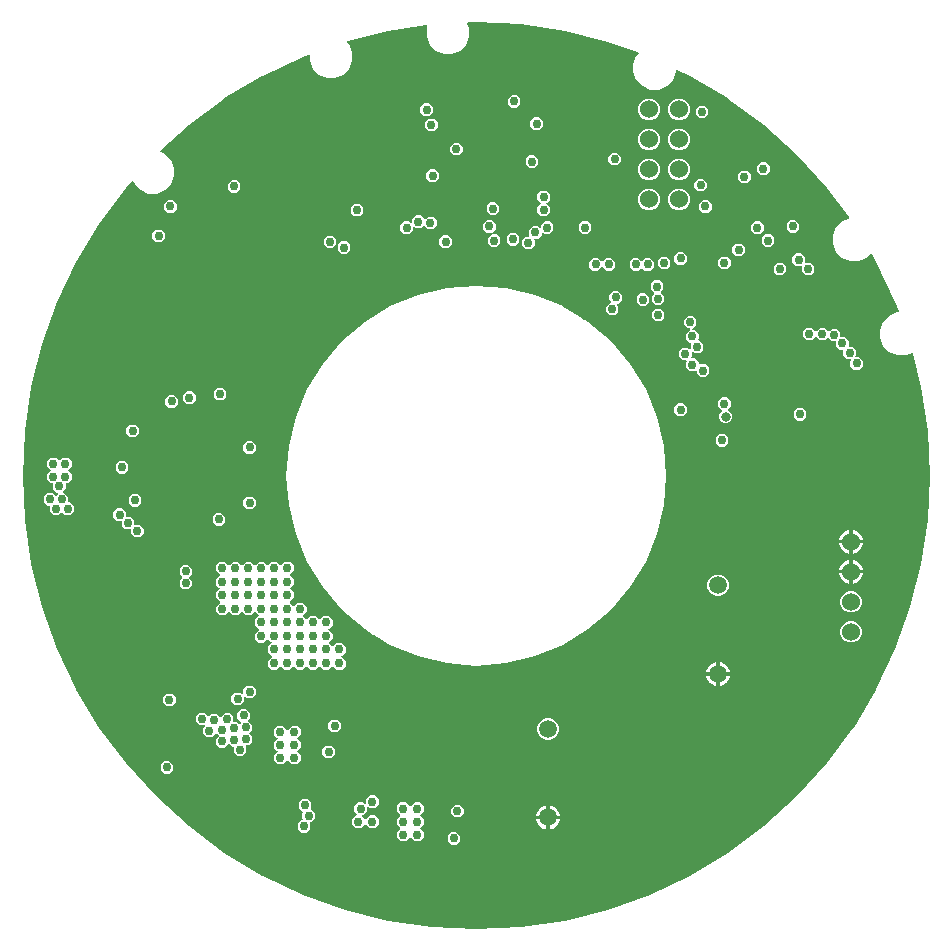
<source format=gbr>
G04 EAGLE Gerber X2 export*
%TF.Part,Single*%
%TF.FileFunction,Copper,L3,Inr,Mixed*%
%TF.FilePolarity,Positive*%
%TF.GenerationSoftware,Autodesk,EAGLE,8.6.0*%
%TF.CreationDate,2018-04-20T21:24:51Z*%
G75*
%MOMM*%
%FSLAX34Y34*%
%LPD*%
%AMOC8*
5,1,8,0,0,1.08239X$1,22.5*%
G01*
%ADD10C,1.508000*%
%ADD11C,1.524000*%
%ADD12C,0.756400*%
%ADD13C,0.806400*%

G36*
X574609Y139769D02*
X574609Y139769D01*
X574635Y139775D01*
X574683Y139777D01*
X611893Y145296D01*
X611918Y145304D01*
X611966Y145311D01*
X648456Y154451D01*
X648480Y154461D01*
X648527Y154473D01*
X683945Y167145D01*
X683968Y167158D01*
X684014Y167174D01*
X718019Y183257D01*
X718041Y183272D01*
X718085Y183293D01*
X750350Y202631D01*
X750371Y202649D01*
X750412Y202673D01*
X780627Y225081D01*
X780645Y225100D01*
X780684Y225129D01*
X808557Y250391D01*
X808573Y250411D01*
X808609Y250443D01*
X833871Y278316D01*
X833886Y278338D01*
X833919Y278373D01*
X856327Y308588D01*
X856339Y308611D01*
X856369Y308650D01*
X875707Y340915D01*
X875717Y340939D01*
X875743Y340981D01*
X891826Y374986D01*
X891833Y375011D01*
X891855Y375055D01*
X904527Y410473D01*
X904532Y410499D01*
X904549Y410544D01*
X913689Y447034D01*
X913691Y447060D01*
X913704Y447107D01*
X919223Y484317D01*
X919223Y484343D01*
X919231Y484391D01*
X921076Y521963D01*
X921073Y521989D01*
X921076Y522037D01*
X919231Y559609D01*
X919225Y559635D01*
X919223Y559683D01*
X913704Y596893D01*
X913696Y596918D01*
X913689Y596966D01*
X906576Y625364D01*
X906560Y625402D01*
X906559Y625403D01*
X906559Y625404D01*
X906546Y625434D01*
X906525Y625507D01*
X906497Y625546D01*
X906478Y625590D01*
X906428Y625647D01*
X906384Y625709D01*
X906346Y625738D01*
X906314Y625773D01*
X906248Y625810D01*
X906187Y625856D01*
X906141Y625871D01*
X906100Y625894D01*
X906025Y625908D01*
X905953Y625932D01*
X905905Y625931D01*
X905858Y625940D01*
X905783Y625930D01*
X905707Y625930D01*
X905645Y625912D01*
X905614Y625907D01*
X905591Y625896D01*
X905546Y625883D01*
X900612Y623839D01*
X893388Y623839D01*
X886713Y626604D01*
X881604Y631713D01*
X878839Y638388D01*
X878839Y645612D01*
X881604Y652287D01*
X886713Y657396D01*
X893388Y660161D01*
X893917Y660161D01*
X893944Y660165D01*
X893971Y660163D01*
X894065Y660185D01*
X894160Y660200D01*
X894184Y660213D01*
X894210Y660219D01*
X894292Y660271D01*
X894377Y660316D01*
X894396Y660335D01*
X894419Y660350D01*
X894480Y660424D01*
X894546Y660494D01*
X894558Y660519D01*
X894575Y660540D01*
X894609Y660630D01*
X894650Y660717D01*
X894653Y660744D01*
X894663Y660769D01*
X894666Y660866D01*
X894677Y660961D01*
X894671Y660988D01*
X894672Y661015D01*
X894634Y661178D01*
X891855Y668945D01*
X891842Y668968D01*
X891826Y669014D01*
X875743Y703019D01*
X875728Y703041D01*
X875707Y703085D01*
X871735Y709713D01*
X871662Y709800D01*
X871591Y709888D01*
X871583Y709893D01*
X871576Y709901D01*
X871480Y709959D01*
X871385Y710021D01*
X871374Y710023D01*
X871365Y710029D01*
X871255Y710053D01*
X871146Y710081D01*
X871136Y710080D01*
X871125Y710082D01*
X871013Y710070D01*
X870901Y710061D01*
X870891Y710057D01*
X870881Y710056D01*
X870778Y710009D01*
X870674Y709965D01*
X870665Y709957D01*
X870657Y709954D01*
X870639Y709936D01*
X870544Y709860D01*
X867287Y706604D01*
X860612Y703839D01*
X853388Y703839D01*
X846713Y706604D01*
X841604Y711713D01*
X838839Y718388D01*
X838839Y725612D01*
X841604Y732287D01*
X846713Y737396D01*
X852041Y739603D01*
X852137Y739662D01*
X852234Y739719D01*
X852241Y739727D01*
X852250Y739733D01*
X852322Y739819D01*
X852396Y739904D01*
X852400Y739914D01*
X852407Y739922D01*
X852447Y740027D01*
X852491Y740131D01*
X852491Y740142D01*
X852495Y740152D01*
X852500Y740264D01*
X852508Y740377D01*
X852505Y740387D01*
X852506Y740397D01*
X852474Y740506D01*
X852446Y740615D01*
X852439Y740626D01*
X852437Y740634D01*
X852423Y740654D01*
X852361Y740760D01*
X833919Y765627D01*
X833900Y765645D01*
X833871Y765684D01*
X808609Y793557D01*
X808589Y793573D01*
X808557Y793609D01*
X780684Y818871D01*
X780662Y818886D01*
X780627Y818919D01*
X750412Y841327D01*
X750389Y841339D01*
X750350Y841369D01*
X718085Y860707D01*
X718061Y860717D01*
X718019Y860743D01*
X707247Y865837D01*
X707185Y865855D01*
X707127Y865882D01*
X707068Y865889D01*
X707011Y865905D01*
X706947Y865902D01*
X706883Y865910D01*
X706825Y865897D01*
X706765Y865894D01*
X706705Y865871D01*
X706642Y865857D01*
X706591Y865827D01*
X706536Y865805D01*
X706486Y865764D01*
X706431Y865731D01*
X706393Y865686D01*
X706347Y865648D01*
X706313Y865593D01*
X706271Y865544D01*
X706249Y865489D01*
X706218Y865439D01*
X706203Y865376D01*
X706179Y865316D01*
X706170Y865231D01*
X706162Y865199D01*
X706164Y865180D01*
X706161Y865149D01*
X706161Y863388D01*
X703396Y856713D01*
X698287Y851604D01*
X691612Y848839D01*
X684388Y848839D01*
X677713Y851604D01*
X672604Y856713D01*
X669839Y863388D01*
X669839Y870612D01*
X672604Y877287D01*
X674424Y879107D01*
X674462Y879159D01*
X674507Y879205D01*
X674533Y879259D01*
X674567Y879307D01*
X674586Y879368D01*
X674615Y879426D01*
X674622Y879485D01*
X674640Y879542D01*
X674638Y879606D01*
X674647Y879670D01*
X674635Y879729D01*
X674633Y879788D01*
X674611Y879849D01*
X674599Y879912D01*
X674569Y879963D01*
X674549Y880019D01*
X674509Y880069D01*
X674477Y880125D01*
X674432Y880165D01*
X674395Y880211D01*
X674341Y880246D01*
X674293Y880289D01*
X674216Y880326D01*
X674188Y880344D01*
X674170Y880348D01*
X674142Y880362D01*
X648527Y889527D01*
X648501Y889532D01*
X648456Y889549D01*
X611966Y898689D01*
X611940Y898691D01*
X611893Y898704D01*
X574683Y904223D01*
X574657Y904223D01*
X574609Y904231D01*
X537037Y906076D01*
X537011Y906073D01*
X536963Y906076D01*
X530138Y905741D01*
X530111Y905735D01*
X530084Y905737D01*
X529991Y905710D01*
X529897Y905689D01*
X529874Y905676D01*
X529848Y905668D01*
X529769Y905613D01*
X529686Y905564D01*
X529668Y905543D01*
X529646Y905528D01*
X529588Y905450D01*
X529526Y905377D01*
X529515Y905352D01*
X529499Y905330D01*
X529469Y905239D01*
X529433Y905150D01*
X529431Y905122D01*
X529423Y905096D01*
X529424Y905000D01*
X529418Y904904D01*
X529425Y904878D01*
X529425Y904851D01*
X529472Y904689D01*
X531161Y900612D01*
X531161Y893388D01*
X528396Y886713D01*
X523287Y881604D01*
X516612Y878839D01*
X509388Y878839D01*
X502713Y881604D01*
X497604Y886713D01*
X494839Y893388D01*
X494839Y900612D01*
X495625Y902510D01*
X495649Y902609D01*
X495677Y902707D01*
X495677Y902729D01*
X495682Y902750D01*
X495672Y902851D01*
X495668Y902952D01*
X495661Y902973D01*
X495659Y902995D01*
X495617Y903087D01*
X495581Y903182D01*
X495567Y903199D01*
X495559Y903220D01*
X495490Y903294D01*
X495426Y903373D01*
X495407Y903384D01*
X495392Y903401D01*
X495303Y903450D01*
X495217Y903504D01*
X495196Y903509D01*
X495177Y903519D01*
X495077Y903537D01*
X494978Y903561D01*
X494951Y903560D01*
X494935Y903563D01*
X494902Y903558D01*
X494810Y903555D01*
X462107Y898704D01*
X462082Y898696D01*
X462034Y898689D01*
X428119Y890194D01*
X428026Y890154D01*
X427931Y890119D01*
X427914Y890105D01*
X427893Y890096D01*
X427818Y890029D01*
X427739Y889965D01*
X427727Y889947D01*
X427710Y889932D01*
X427661Y889844D01*
X427606Y889758D01*
X427600Y889737D01*
X427590Y889718D01*
X427570Y889618D01*
X427546Y889520D01*
X427547Y889498D01*
X427543Y889476D01*
X427557Y889376D01*
X427565Y889275D01*
X427573Y889254D01*
X427576Y889233D01*
X427621Y889142D01*
X427661Y889048D01*
X427678Y889027D01*
X427685Y889012D01*
X427708Y888989D01*
X427766Y888917D01*
X429396Y887287D01*
X432161Y880612D01*
X432161Y873388D01*
X429396Y866713D01*
X424287Y861604D01*
X417612Y858839D01*
X410388Y858839D01*
X403713Y861604D01*
X398604Y866713D01*
X395839Y873388D01*
X395839Y877843D01*
X395835Y877870D01*
X395837Y877897D01*
X395815Y877991D01*
X395800Y878086D01*
X395787Y878110D01*
X395781Y878137D01*
X395729Y878219D01*
X395684Y878304D01*
X395665Y878322D01*
X395650Y878345D01*
X395576Y878407D01*
X395506Y878473D01*
X395481Y878484D01*
X395460Y878502D01*
X395370Y878536D01*
X395283Y878577D01*
X395256Y878580D01*
X395231Y878589D01*
X395134Y878593D01*
X395039Y878604D01*
X395012Y878598D01*
X394985Y878599D01*
X394822Y878560D01*
X390055Y876855D01*
X390032Y876842D01*
X389986Y876826D01*
X355981Y860743D01*
X355959Y860728D01*
X355915Y860707D01*
X323650Y841369D01*
X323629Y841351D01*
X323588Y841327D01*
X293373Y818919D01*
X293355Y818900D01*
X293316Y818871D01*
X269390Y797186D01*
X269350Y797136D01*
X269302Y797092D01*
X269274Y797040D01*
X269237Y796994D01*
X269215Y796933D01*
X269184Y796877D01*
X269173Y796818D01*
X269153Y796763D01*
X269152Y796698D01*
X269140Y796635D01*
X269149Y796576D01*
X269147Y796517D01*
X269167Y796455D01*
X269176Y796391D01*
X269203Y796339D01*
X269220Y796282D01*
X269258Y796230D01*
X269287Y796172D01*
X269330Y796131D01*
X269364Y796083D01*
X269417Y796045D01*
X269463Y796000D01*
X269538Y795959D01*
X269565Y795940D01*
X269582Y795934D01*
X269610Y795919D01*
X273287Y794396D01*
X278396Y789287D01*
X281161Y782612D01*
X281161Y775388D01*
X278396Y768713D01*
X273287Y763604D01*
X266612Y760839D01*
X259388Y760839D01*
X252713Y763604D01*
X247604Y768713D01*
X246580Y771184D01*
X246546Y771239D01*
X246521Y771299D01*
X246482Y771343D01*
X246451Y771393D01*
X246401Y771435D01*
X246358Y771483D01*
X246307Y771512D01*
X246261Y771550D01*
X246201Y771573D01*
X246145Y771606D01*
X246087Y771617D01*
X246032Y771638D01*
X245967Y771641D01*
X245904Y771654D01*
X245845Y771646D01*
X245786Y771649D01*
X245724Y771631D01*
X245660Y771623D01*
X245606Y771597D01*
X245550Y771580D01*
X245497Y771544D01*
X245439Y771515D01*
X245375Y771459D01*
X245348Y771440D01*
X245336Y771425D01*
X245313Y771404D01*
X240129Y765684D01*
X240114Y765662D01*
X240081Y765627D01*
X217673Y735412D01*
X217666Y735399D01*
X217655Y735387D01*
X217648Y735372D01*
X217631Y735350D01*
X198293Y703085D01*
X198283Y703061D01*
X198257Y703019D01*
X182174Y669014D01*
X182167Y668989D01*
X182145Y668945D01*
X169473Y633527D01*
X169468Y633501D01*
X169451Y633456D01*
X160311Y596966D01*
X160309Y596940D01*
X160296Y596893D01*
X154777Y559683D01*
X154777Y559657D01*
X154769Y559609D01*
X152924Y522037D01*
X152927Y522011D01*
X152924Y521963D01*
X154769Y484391D01*
X154775Y484365D01*
X154777Y484317D01*
X160296Y447107D01*
X160304Y447082D01*
X160311Y447034D01*
X169451Y410544D01*
X169461Y410520D01*
X169473Y410473D01*
X182145Y375055D01*
X182158Y375032D01*
X182174Y374986D01*
X198257Y340981D01*
X198272Y340959D01*
X198293Y340915D01*
X217631Y308650D01*
X217649Y308630D01*
X217673Y308588D01*
X240081Y278373D01*
X240100Y278355D01*
X240129Y278316D01*
X265391Y250443D01*
X265411Y250427D01*
X265443Y250391D01*
X293316Y225129D01*
X293338Y225114D01*
X293373Y225081D01*
X323588Y202673D01*
X323611Y202661D01*
X323650Y202631D01*
X355915Y183293D01*
X355939Y183283D01*
X355981Y183257D01*
X389986Y167174D01*
X390011Y167167D01*
X390055Y167145D01*
X425473Y154473D01*
X425499Y154468D01*
X425544Y154451D01*
X462034Y145311D01*
X462060Y145309D01*
X462107Y145296D01*
X499317Y139777D01*
X499343Y139777D01*
X499391Y139769D01*
X536963Y137924D01*
X536989Y137927D01*
X537037Y137924D01*
X574609Y139769D01*
G37*
%LPC*%
G36*
X511827Y363061D02*
X511827Y363061D01*
X487273Y368956D01*
X463944Y378619D01*
X463112Y379129D01*
X461870Y379890D01*
X454416Y384457D01*
X453174Y385219D01*
X451932Y385980D01*
X450690Y386741D01*
X450689Y386741D01*
X449447Y387502D01*
X442413Y391813D01*
X423212Y408212D01*
X406813Y427413D01*
X393619Y448943D01*
X383956Y472273D01*
X378061Y496826D01*
X376080Y522000D01*
X378061Y547174D01*
X383956Y571727D01*
X393619Y595057D01*
X406813Y616587D01*
X423212Y635788D01*
X442413Y652187D01*
X463943Y665381D01*
X487273Y675044D01*
X511826Y680939D01*
X537000Y682920D01*
X562174Y680939D01*
X586727Y675044D01*
X610057Y665381D01*
X610975Y664818D01*
X612217Y664057D01*
X613459Y663296D01*
X613460Y663296D01*
X618428Y660251D01*
X618429Y660251D01*
X619671Y659489D01*
X620913Y658728D01*
X622155Y657967D01*
X627124Y654922D01*
X628366Y654161D01*
X628367Y654161D01*
X629609Y653399D01*
X631587Y652187D01*
X650788Y635788D01*
X667187Y616587D01*
X680381Y595057D01*
X690044Y571727D01*
X695939Y547174D01*
X697920Y522000D01*
X695939Y496826D01*
X690044Y472273D01*
X680381Y448943D01*
X667187Y427413D01*
X650788Y408212D01*
X631587Y391813D01*
X610057Y378619D01*
X586727Y368956D01*
X562173Y363061D01*
X537000Y361080D01*
X511827Y363061D01*
G37*
%LPD*%
%LPC*%
G36*
X363802Y357693D02*
X363802Y357693D01*
X360693Y360802D01*
X360693Y365198D01*
X363957Y368462D01*
X363968Y368478D01*
X363984Y368490D01*
X364040Y368578D01*
X364100Y368661D01*
X364106Y368680D01*
X364117Y368697D01*
X364142Y368798D01*
X364173Y368897D01*
X364172Y368916D01*
X364177Y368936D01*
X364169Y369039D01*
X364166Y369142D01*
X364160Y369161D01*
X364158Y369181D01*
X364118Y369276D01*
X364082Y369373D01*
X364069Y369389D01*
X364062Y369407D01*
X363957Y369538D01*
X360693Y372802D01*
X360693Y377198D01*
X363457Y379962D01*
X363468Y379978D01*
X363484Y379990D01*
X363540Y380078D01*
X363600Y380161D01*
X363606Y380180D01*
X363617Y380197D01*
X363642Y380298D01*
X363673Y380397D01*
X363672Y380416D01*
X363677Y380436D01*
X363669Y380539D01*
X363666Y380642D01*
X363660Y380661D01*
X363658Y380681D01*
X363618Y380776D01*
X363582Y380873D01*
X363569Y380889D01*
X363562Y380907D01*
X363457Y381038D01*
X361038Y383457D01*
X361022Y383468D01*
X361010Y383484D01*
X360923Y383540D01*
X360839Y383600D01*
X360819Y383606D01*
X360803Y383617D01*
X360702Y383642D01*
X360603Y383673D01*
X360584Y383672D01*
X360564Y383677D01*
X360461Y383669D01*
X360358Y383666D01*
X360339Y383660D01*
X360319Y383658D01*
X360224Y383617D01*
X360127Y383582D01*
X360111Y383569D01*
X360093Y383562D01*
X359962Y383457D01*
X357198Y380693D01*
X352802Y380693D01*
X349693Y383802D01*
X349693Y388198D01*
X352957Y391462D01*
X352968Y391478D01*
X352984Y391490D01*
X353040Y391578D01*
X353100Y391661D01*
X353106Y391680D01*
X353117Y391697D01*
X353142Y391798D01*
X353173Y391897D01*
X353172Y391916D01*
X353177Y391936D01*
X353169Y392039D01*
X353166Y392142D01*
X353160Y392161D01*
X353158Y392181D01*
X353118Y392276D01*
X353082Y392373D01*
X353069Y392389D01*
X353062Y392407D01*
X352957Y392538D01*
X349693Y395802D01*
X349693Y400198D01*
X352457Y402962D01*
X352468Y402978D01*
X352484Y402990D01*
X352540Y403078D01*
X352600Y403161D01*
X352606Y403180D01*
X352617Y403197D01*
X352642Y403298D01*
X352673Y403397D01*
X352672Y403416D01*
X352677Y403436D01*
X352669Y403539D01*
X352666Y403642D01*
X352660Y403661D01*
X352658Y403681D01*
X352618Y403776D01*
X352582Y403873D01*
X352569Y403889D01*
X352562Y403907D01*
X352457Y404038D01*
X350038Y406457D01*
X350022Y406468D01*
X350010Y406484D01*
X349923Y406540D01*
X349839Y406600D01*
X349819Y406606D01*
X349803Y406617D01*
X349702Y406642D01*
X349603Y406673D01*
X349584Y406672D01*
X349564Y406677D01*
X349461Y406669D01*
X349358Y406666D01*
X349339Y406660D01*
X349319Y406658D01*
X349224Y406617D01*
X349127Y406582D01*
X349111Y406569D01*
X349093Y406562D01*
X348962Y406457D01*
X346198Y403693D01*
X341802Y403693D01*
X339038Y406457D01*
X339022Y406468D01*
X339010Y406484D01*
X338922Y406540D01*
X338839Y406600D01*
X338820Y406606D01*
X338803Y406617D01*
X338702Y406642D01*
X338603Y406673D01*
X338584Y406672D01*
X338564Y406677D01*
X338461Y406669D01*
X338358Y406666D01*
X338339Y406660D01*
X338319Y406658D01*
X338224Y406618D01*
X338127Y406582D01*
X338111Y406569D01*
X338093Y406562D01*
X337962Y406457D01*
X335198Y403693D01*
X330802Y403693D01*
X328038Y406457D01*
X328022Y406468D01*
X328010Y406484D01*
X327922Y406540D01*
X327839Y406600D01*
X327820Y406606D01*
X327803Y406617D01*
X327702Y406642D01*
X327603Y406673D01*
X327584Y406672D01*
X327564Y406677D01*
X327461Y406669D01*
X327358Y406666D01*
X327339Y406660D01*
X327319Y406658D01*
X327224Y406618D01*
X327127Y406582D01*
X327111Y406569D01*
X327093Y406562D01*
X326962Y406457D01*
X324198Y403693D01*
X319802Y403693D01*
X316693Y406802D01*
X316693Y411198D01*
X319957Y414462D01*
X319968Y414478D01*
X319984Y414490D01*
X320040Y414578D01*
X320100Y414661D01*
X320106Y414680D01*
X320117Y414697D01*
X320142Y414798D01*
X320173Y414897D01*
X320172Y414916D01*
X320177Y414936D01*
X320169Y415039D01*
X320166Y415142D01*
X320160Y415161D01*
X320158Y415181D01*
X320118Y415276D01*
X320082Y415373D01*
X320069Y415389D01*
X320062Y415407D01*
X319989Y415499D01*
X319983Y415509D01*
X319976Y415514D01*
X319957Y415538D01*
X316693Y418802D01*
X316693Y423198D01*
X319457Y425962D01*
X319468Y425978D01*
X319484Y425990D01*
X319540Y426078D01*
X319600Y426161D01*
X319606Y426180D01*
X319617Y426197D01*
X319642Y426298D01*
X319673Y426397D01*
X319672Y426416D01*
X319677Y426436D01*
X319669Y426539D01*
X319666Y426642D01*
X319660Y426661D01*
X319658Y426681D01*
X319618Y426776D01*
X319582Y426873D01*
X319569Y426889D01*
X319562Y426907D01*
X319457Y427038D01*
X316693Y429802D01*
X316693Y434198D01*
X319957Y437462D01*
X319968Y437478D01*
X319984Y437490D01*
X320040Y437578D01*
X320100Y437661D01*
X320106Y437680D01*
X320117Y437697D01*
X320142Y437798D01*
X320173Y437897D01*
X320172Y437916D01*
X320177Y437936D01*
X320169Y438039D01*
X320166Y438142D01*
X320160Y438161D01*
X320158Y438181D01*
X320118Y438276D01*
X320082Y438373D01*
X320069Y438389D01*
X320062Y438407D01*
X319957Y438538D01*
X316693Y441802D01*
X316693Y446198D01*
X319802Y449307D01*
X324198Y449307D01*
X326962Y446543D01*
X326978Y446532D01*
X326990Y446516D01*
X327078Y446460D01*
X327161Y446400D01*
X327180Y446394D01*
X327197Y446383D01*
X327298Y446358D01*
X327397Y446327D01*
X327416Y446328D01*
X327436Y446323D01*
X327539Y446331D01*
X327642Y446334D01*
X327661Y446340D01*
X327681Y446342D01*
X327776Y446382D01*
X327873Y446418D01*
X327889Y446431D01*
X327907Y446438D01*
X328038Y446543D01*
X330802Y449307D01*
X335198Y449307D01*
X337962Y446543D01*
X337978Y446532D01*
X337990Y446516D01*
X338078Y446460D01*
X338161Y446400D01*
X338180Y446394D01*
X338197Y446383D01*
X338298Y446358D01*
X338397Y446327D01*
X338416Y446328D01*
X338436Y446323D01*
X338539Y446331D01*
X338642Y446334D01*
X338661Y446340D01*
X338681Y446342D01*
X338776Y446382D01*
X338873Y446418D01*
X338889Y446431D01*
X338907Y446438D01*
X339038Y446543D01*
X341802Y449307D01*
X346198Y449307D01*
X348962Y446543D01*
X348978Y446532D01*
X348990Y446516D01*
X349078Y446460D01*
X349161Y446400D01*
X349180Y446394D01*
X349197Y446383D01*
X349298Y446358D01*
X349397Y446327D01*
X349416Y446328D01*
X349436Y446323D01*
X349539Y446331D01*
X349642Y446334D01*
X349661Y446340D01*
X349681Y446342D01*
X349776Y446382D01*
X349873Y446418D01*
X349889Y446431D01*
X349907Y446438D01*
X350038Y446543D01*
X352802Y449307D01*
X357198Y449307D01*
X359962Y446543D01*
X359978Y446532D01*
X359990Y446516D01*
X360078Y446460D01*
X360161Y446400D01*
X360180Y446394D01*
X360197Y446383D01*
X360298Y446358D01*
X360397Y446327D01*
X360416Y446328D01*
X360436Y446323D01*
X360539Y446331D01*
X360642Y446334D01*
X360661Y446340D01*
X360681Y446342D01*
X360776Y446382D01*
X360873Y446418D01*
X360889Y446431D01*
X360907Y446438D01*
X361038Y446543D01*
X363802Y449307D01*
X368198Y449307D01*
X370962Y446543D01*
X370978Y446532D01*
X370990Y446516D01*
X371078Y446460D01*
X371161Y446400D01*
X371180Y446394D01*
X371197Y446383D01*
X371298Y446358D01*
X371397Y446327D01*
X371416Y446328D01*
X371436Y446323D01*
X371539Y446331D01*
X371642Y446334D01*
X371661Y446340D01*
X371681Y446342D01*
X371776Y446382D01*
X371873Y446418D01*
X371889Y446431D01*
X371907Y446438D01*
X372038Y446543D01*
X374802Y449307D01*
X379198Y449307D01*
X382307Y446198D01*
X382307Y441802D01*
X379043Y438538D01*
X379032Y438522D01*
X379016Y438510D01*
X378960Y438422D01*
X378900Y438339D01*
X378894Y438320D01*
X378883Y438303D01*
X378858Y438202D01*
X378827Y438103D01*
X378828Y438084D01*
X378823Y438064D01*
X378831Y437961D01*
X378834Y437858D01*
X378840Y437839D01*
X378842Y437819D01*
X378882Y437724D01*
X378918Y437627D01*
X378931Y437611D01*
X378938Y437593D01*
X379043Y437462D01*
X382307Y434198D01*
X382307Y429802D01*
X379543Y427038D01*
X379532Y427022D01*
X379516Y427010D01*
X379460Y426922D01*
X379400Y426839D01*
X379394Y426820D01*
X379383Y426803D01*
X379358Y426702D01*
X379327Y426603D01*
X379328Y426584D01*
X379323Y426564D01*
X379331Y426461D01*
X379334Y426358D01*
X379340Y426339D01*
X379342Y426319D01*
X379382Y426224D01*
X379418Y426127D01*
X379431Y426111D01*
X379438Y426093D01*
X379543Y425962D01*
X382307Y423198D01*
X382307Y418802D01*
X379043Y415538D01*
X379032Y415522D01*
X379016Y415510D01*
X378986Y415463D01*
X378970Y415446D01*
X378957Y415418D01*
X378900Y415339D01*
X378894Y415320D01*
X378883Y415303D01*
X378858Y415202D01*
X378827Y415103D01*
X378828Y415084D01*
X378823Y415064D01*
X378831Y414961D01*
X378834Y414858D01*
X378840Y414839D01*
X378842Y414819D01*
X378882Y414724D01*
X378918Y414627D01*
X378931Y414611D01*
X378938Y414593D01*
X379043Y414462D01*
X381962Y411543D01*
X381978Y411532D01*
X381990Y411516D01*
X382078Y411460D01*
X382161Y411400D01*
X382180Y411394D01*
X382197Y411383D01*
X382298Y411358D01*
X382397Y411327D01*
X382416Y411328D01*
X382436Y411323D01*
X382539Y411331D01*
X382642Y411334D01*
X382661Y411340D01*
X382681Y411342D01*
X382776Y411382D01*
X382873Y411418D01*
X382889Y411431D01*
X382907Y411438D01*
X383038Y411543D01*
X385802Y414307D01*
X390198Y414307D01*
X393307Y411198D01*
X393307Y406802D01*
X390543Y404038D01*
X390532Y404022D01*
X390516Y404010D01*
X390460Y403922D01*
X390400Y403839D01*
X390394Y403820D01*
X390383Y403803D01*
X390358Y403702D01*
X390327Y403603D01*
X390328Y403584D01*
X390323Y403564D01*
X390331Y403461D01*
X390334Y403358D01*
X390340Y403339D01*
X390342Y403319D01*
X390382Y403224D01*
X390418Y403127D01*
X390431Y403111D01*
X390438Y403093D01*
X390543Y402962D01*
X392962Y400543D01*
X392978Y400532D01*
X392990Y400516D01*
X393078Y400460D01*
X393161Y400400D01*
X393180Y400394D01*
X393197Y400383D01*
X393298Y400358D01*
X393397Y400327D01*
X393416Y400328D01*
X393436Y400323D01*
X393539Y400331D01*
X393642Y400334D01*
X393661Y400340D01*
X393681Y400342D01*
X393776Y400382D01*
X393873Y400418D01*
X393889Y400431D01*
X393907Y400438D01*
X394038Y400543D01*
X396802Y403307D01*
X401198Y403307D01*
X403962Y400543D01*
X403978Y400532D01*
X403990Y400516D01*
X404078Y400460D01*
X404161Y400400D01*
X404180Y400394D01*
X404197Y400383D01*
X404298Y400358D01*
X404397Y400327D01*
X404416Y400328D01*
X404436Y400323D01*
X404539Y400331D01*
X404642Y400334D01*
X404661Y400340D01*
X404681Y400342D01*
X404776Y400382D01*
X404873Y400418D01*
X404889Y400431D01*
X404907Y400438D01*
X405038Y400543D01*
X407802Y403307D01*
X412198Y403307D01*
X415307Y400198D01*
X415307Y395802D01*
X412043Y392538D01*
X412032Y392522D01*
X412016Y392510D01*
X411960Y392422D01*
X411900Y392339D01*
X411894Y392320D01*
X411883Y392303D01*
X411858Y392202D01*
X411827Y392103D01*
X411828Y392084D01*
X411823Y392064D01*
X411831Y391961D01*
X411834Y391858D01*
X411840Y391839D01*
X411842Y391819D01*
X411882Y391724D01*
X411918Y391627D01*
X411931Y391611D01*
X411938Y391593D01*
X412043Y391462D01*
X415307Y388198D01*
X415307Y383802D01*
X412543Y381038D01*
X412532Y381022D01*
X412516Y381010D01*
X412460Y380922D01*
X412400Y380839D01*
X412394Y380820D01*
X412383Y380803D01*
X412358Y380702D01*
X412327Y380603D01*
X412328Y380584D01*
X412323Y380564D01*
X412331Y380461D01*
X412334Y380358D01*
X412340Y380339D01*
X412342Y380319D01*
X412382Y380224D01*
X412418Y380127D01*
X412431Y380111D01*
X412438Y380093D01*
X412543Y379962D01*
X414962Y377543D01*
X414978Y377532D01*
X414990Y377516D01*
X415078Y377460D01*
X415161Y377400D01*
X415180Y377394D01*
X415197Y377383D01*
X415298Y377358D01*
X415397Y377327D01*
X415416Y377328D01*
X415436Y377323D01*
X415539Y377331D01*
X415642Y377334D01*
X415661Y377340D01*
X415681Y377342D01*
X415776Y377382D01*
X415873Y377418D01*
X415889Y377431D01*
X415907Y377438D01*
X416038Y377543D01*
X418802Y380307D01*
X423198Y380307D01*
X426307Y377198D01*
X426307Y372802D01*
X423043Y369538D01*
X423032Y369522D01*
X423016Y369510D01*
X422960Y369422D01*
X422900Y369339D01*
X422894Y369320D01*
X422883Y369303D01*
X422858Y369202D01*
X422827Y369103D01*
X422828Y369084D01*
X422823Y369064D01*
X422831Y368961D01*
X422834Y368858D01*
X422840Y368839D01*
X422842Y368819D01*
X422882Y368724D01*
X422918Y368627D01*
X422931Y368611D01*
X422938Y368593D01*
X423043Y368462D01*
X426307Y365198D01*
X426307Y360802D01*
X423198Y357693D01*
X418802Y357693D01*
X416038Y360457D01*
X416022Y360468D01*
X416010Y360484D01*
X415922Y360540D01*
X415839Y360600D01*
X415820Y360606D01*
X415803Y360617D01*
X415702Y360642D01*
X415603Y360673D01*
X415584Y360672D01*
X415564Y360677D01*
X415461Y360669D01*
X415358Y360666D01*
X415339Y360660D01*
X415319Y360658D01*
X415224Y360618D01*
X415127Y360582D01*
X415111Y360569D01*
X415093Y360562D01*
X414962Y360457D01*
X412198Y357693D01*
X407802Y357693D01*
X405038Y360457D01*
X405022Y360468D01*
X405010Y360484D01*
X404922Y360540D01*
X404839Y360600D01*
X404820Y360606D01*
X404803Y360617D01*
X404702Y360642D01*
X404603Y360673D01*
X404584Y360672D01*
X404564Y360677D01*
X404461Y360669D01*
X404358Y360666D01*
X404339Y360660D01*
X404319Y360658D01*
X404224Y360618D01*
X404127Y360582D01*
X404111Y360569D01*
X404093Y360562D01*
X403962Y360457D01*
X401198Y357693D01*
X396802Y357693D01*
X394038Y360457D01*
X394022Y360468D01*
X394010Y360484D01*
X393922Y360540D01*
X393839Y360600D01*
X393820Y360606D01*
X393803Y360617D01*
X393702Y360642D01*
X393603Y360673D01*
X393584Y360672D01*
X393564Y360677D01*
X393461Y360669D01*
X393358Y360666D01*
X393339Y360660D01*
X393319Y360658D01*
X393224Y360618D01*
X393127Y360582D01*
X393111Y360569D01*
X393093Y360562D01*
X392962Y360457D01*
X390198Y357693D01*
X385802Y357693D01*
X383038Y360457D01*
X383022Y360468D01*
X383010Y360484D01*
X382922Y360540D01*
X382839Y360600D01*
X382820Y360606D01*
X382803Y360617D01*
X382702Y360642D01*
X382603Y360673D01*
X382584Y360672D01*
X382564Y360677D01*
X382461Y360669D01*
X382358Y360666D01*
X382339Y360660D01*
X382319Y360658D01*
X382224Y360618D01*
X382127Y360582D01*
X382111Y360569D01*
X382093Y360562D01*
X381962Y360457D01*
X379198Y357693D01*
X374802Y357693D01*
X372038Y360457D01*
X372022Y360468D01*
X372010Y360484D01*
X371922Y360540D01*
X371839Y360600D01*
X371820Y360606D01*
X371803Y360617D01*
X371702Y360642D01*
X371603Y360673D01*
X371584Y360672D01*
X371564Y360677D01*
X371461Y360669D01*
X371358Y360666D01*
X371339Y360660D01*
X371319Y360658D01*
X371224Y360618D01*
X371127Y360582D01*
X371111Y360569D01*
X371093Y360562D01*
X370962Y360457D01*
X368198Y357693D01*
X363802Y357693D01*
G37*
%LPD*%
%LPC*%
G36*
X334802Y284693D02*
X334802Y284693D01*
X331693Y287802D01*
X331693Y291932D01*
X331690Y291952D01*
X331692Y291971D01*
X331670Y292073D01*
X331654Y292175D01*
X331644Y292192D01*
X331640Y292212D01*
X331587Y292301D01*
X331538Y292392D01*
X331524Y292406D01*
X331514Y292423D01*
X331435Y292490D01*
X331360Y292562D01*
X331342Y292570D01*
X331327Y292583D01*
X331231Y292622D01*
X331137Y292665D01*
X331117Y292667D01*
X331099Y292675D01*
X330932Y292693D01*
X329802Y292693D01*
X328038Y294457D01*
X328022Y294468D01*
X328010Y294484D01*
X327922Y294540D01*
X327839Y294600D01*
X327820Y294606D01*
X327803Y294617D01*
X327702Y294642D01*
X327603Y294673D01*
X327584Y294672D01*
X327564Y294677D01*
X327461Y294669D01*
X327358Y294666D01*
X327339Y294660D01*
X327319Y294658D01*
X327224Y294618D01*
X327127Y294582D01*
X327111Y294569D01*
X327093Y294562D01*
X326962Y294457D01*
X324198Y291693D01*
X319802Y291693D01*
X316693Y294802D01*
X316693Y299198D01*
X318957Y301462D01*
X318968Y301478D01*
X318984Y301490D01*
X319040Y301578D01*
X319100Y301661D01*
X319106Y301680D01*
X319117Y301697D01*
X319142Y301798D01*
X319173Y301897D01*
X319172Y301916D01*
X319177Y301936D01*
X319169Y302039D01*
X319166Y302142D01*
X319160Y302161D01*
X319158Y302181D01*
X319118Y302276D01*
X319082Y302373D01*
X319069Y302389D01*
X319062Y302407D01*
X318957Y302538D01*
X317538Y303957D01*
X317522Y303968D01*
X317510Y303984D01*
X317422Y304040D01*
X317339Y304100D01*
X317320Y304106D01*
X317303Y304117D01*
X317202Y304142D01*
X317103Y304173D01*
X317084Y304172D01*
X317064Y304177D01*
X316961Y304169D01*
X316858Y304166D01*
X316839Y304160D01*
X316819Y304158D01*
X316724Y304118D01*
X316627Y304082D01*
X316611Y304069D01*
X316593Y304062D01*
X316462Y303957D01*
X313198Y300693D01*
X308802Y300693D01*
X305693Y303802D01*
X305693Y308198D01*
X306889Y309394D01*
X306931Y309452D01*
X306980Y309504D01*
X307002Y309551D01*
X307032Y309593D01*
X307054Y309662D01*
X307084Y309727D01*
X307089Y309779D01*
X307105Y309829D01*
X307103Y309900D01*
X307111Y309971D01*
X307100Y310022D01*
X307098Y310074D01*
X307074Y310142D01*
X307059Y310212D01*
X307032Y310257D01*
X307014Y310305D01*
X306969Y310361D01*
X306932Y310423D01*
X306893Y310457D01*
X306860Y310497D01*
X306800Y310536D01*
X306745Y310583D01*
X306697Y310602D01*
X306653Y310630D01*
X306584Y310648D01*
X306517Y310675D01*
X306446Y310683D01*
X306415Y310691D01*
X306392Y310689D01*
X306351Y310693D01*
X302802Y310693D01*
X299693Y313802D01*
X299693Y318198D01*
X302802Y321307D01*
X307198Y321307D01*
X309962Y318543D01*
X309978Y318532D01*
X309990Y318516D01*
X310064Y318469D01*
X310086Y318449D01*
X310100Y318444D01*
X310161Y318400D01*
X310180Y318394D01*
X310197Y318383D01*
X310298Y318358D01*
X310397Y318327D01*
X310416Y318328D01*
X310436Y318323D01*
X310539Y318331D01*
X310642Y318334D01*
X310661Y318340D01*
X310681Y318342D01*
X310776Y318382D01*
X310873Y318418D01*
X310889Y318431D01*
X310907Y318438D01*
X310972Y318490D01*
X310979Y318494D01*
X310986Y318502D01*
X311038Y318543D01*
X312802Y320307D01*
X317198Y320307D01*
X319462Y318043D01*
X319478Y318032D01*
X319490Y318016D01*
X319578Y317960D01*
X319661Y317900D01*
X319680Y317894D01*
X319697Y317883D01*
X319798Y317858D01*
X319897Y317827D01*
X319916Y317828D01*
X319936Y317823D01*
X320039Y317831D01*
X320142Y317834D01*
X320161Y317840D01*
X320181Y317842D01*
X320276Y317882D01*
X320373Y317918D01*
X320389Y317931D01*
X320407Y317938D01*
X320538Y318043D01*
X323802Y321307D01*
X328198Y321307D01*
X331307Y318198D01*
X331307Y314068D01*
X331310Y314048D01*
X331308Y314029D01*
X331330Y313927D01*
X331346Y313825D01*
X331356Y313808D01*
X331360Y313788D01*
X331413Y313699D01*
X331462Y313608D01*
X331476Y313594D01*
X331486Y313577D01*
X331565Y313510D01*
X331640Y313438D01*
X331658Y313430D01*
X331673Y313417D01*
X331769Y313378D01*
X331863Y313335D01*
X331883Y313333D01*
X331901Y313325D01*
X332068Y313307D01*
X334198Y313307D01*
X335962Y311543D01*
X335978Y311532D01*
X335990Y311516D01*
X336078Y311460D01*
X336161Y311400D01*
X336180Y311394D01*
X336197Y311383D01*
X336298Y311358D01*
X336397Y311327D01*
X336416Y311328D01*
X336436Y311323D01*
X336539Y311331D01*
X336642Y311334D01*
X336661Y311340D01*
X336681Y311342D01*
X336776Y311382D01*
X336873Y311418D01*
X336889Y311431D01*
X336907Y311438D01*
X337038Y311543D01*
X337957Y312462D01*
X337968Y312478D01*
X337984Y312490D01*
X338040Y312577D01*
X338100Y312661D01*
X338106Y312681D01*
X338117Y312697D01*
X338142Y312798D01*
X338173Y312897D01*
X338172Y312916D01*
X338177Y312936D01*
X338169Y313039D01*
X338166Y313142D01*
X338160Y313161D01*
X338158Y313181D01*
X338121Y313267D01*
X338116Y313290D01*
X338106Y313307D01*
X338082Y313373D01*
X338069Y313389D01*
X338062Y313407D01*
X338001Y313484D01*
X337990Y313501D01*
X337979Y313511D01*
X337957Y313538D01*
X334693Y316802D01*
X334693Y321198D01*
X337802Y324307D01*
X342198Y324307D01*
X345307Y321198D01*
X345307Y316802D01*
X344043Y315538D01*
X344032Y315522D01*
X344016Y315510D01*
X343960Y315422D01*
X343900Y315339D01*
X343894Y315320D01*
X343883Y315303D01*
X343858Y315202D01*
X343827Y315103D01*
X343828Y315084D01*
X343823Y315064D01*
X343831Y314961D01*
X343834Y314858D01*
X343840Y314839D01*
X343842Y314819D01*
X343882Y314724D01*
X343918Y314627D01*
X343931Y314611D01*
X343938Y314593D01*
X344043Y314462D01*
X347307Y311198D01*
X347307Y306802D01*
X345043Y304538D01*
X345032Y304522D01*
X345016Y304510D01*
X344960Y304422D01*
X344900Y304339D01*
X344894Y304320D01*
X344883Y304303D01*
X344858Y304202D01*
X344827Y304103D01*
X344828Y304084D01*
X344823Y304064D01*
X344831Y303961D01*
X344834Y303858D01*
X344840Y303839D01*
X344842Y303819D01*
X344882Y303724D01*
X344918Y303627D01*
X344931Y303611D01*
X344938Y303593D01*
X345043Y303462D01*
X347307Y301198D01*
X347307Y296802D01*
X344198Y293693D01*
X342649Y293693D01*
X342579Y293682D01*
X342507Y293680D01*
X342458Y293662D01*
X342407Y293654D01*
X342343Y293620D01*
X342276Y293595D01*
X342235Y293563D01*
X342189Y293538D01*
X342140Y293487D01*
X342084Y293442D01*
X342056Y293398D01*
X342020Y293360D01*
X341990Y293295D01*
X341951Y293235D01*
X341938Y293184D01*
X341916Y293137D01*
X341908Y293066D01*
X341891Y292996D01*
X341895Y292944D01*
X341889Y292893D01*
X341904Y292822D01*
X341910Y292751D01*
X341930Y292703D01*
X341941Y292652D01*
X341978Y292591D01*
X342006Y292525D01*
X342051Y292469D01*
X342068Y292441D01*
X342085Y292426D01*
X342111Y292394D01*
X342307Y292198D01*
X342307Y287802D01*
X339198Y284693D01*
X334802Y284693D01*
G37*
%LPD*%
%LPC*%
G36*
X178802Y488693D02*
X178802Y488693D01*
X175693Y491802D01*
X175693Y495932D01*
X175690Y495952D01*
X175692Y495971D01*
X175670Y496073D01*
X175654Y496175D01*
X175644Y496192D01*
X175640Y496212D01*
X175587Y496301D01*
X175538Y496392D01*
X175524Y496406D01*
X175514Y496423D01*
X175435Y496490D01*
X175360Y496562D01*
X175342Y496570D01*
X175327Y496583D01*
X175231Y496622D01*
X175137Y496665D01*
X175117Y496667D01*
X175099Y496675D01*
X174932Y496693D01*
X173802Y496693D01*
X170693Y499802D01*
X170693Y504198D01*
X173802Y507307D01*
X178198Y507307D01*
X180462Y505043D01*
X180478Y505032D01*
X180490Y505016D01*
X180568Y504966D01*
X180580Y504956D01*
X180588Y504953D01*
X180661Y504900D01*
X180680Y504894D01*
X180697Y504883D01*
X180798Y504858D01*
X180897Y504827D01*
X180916Y504828D01*
X180936Y504823D01*
X181039Y504831D01*
X181142Y504834D01*
X181161Y504840D01*
X181181Y504842D01*
X181276Y504882D01*
X181373Y504918D01*
X181389Y504931D01*
X181407Y504938D01*
X181483Y504999D01*
X181485Y505000D01*
X181488Y505003D01*
X181538Y505043D01*
X182889Y506394D01*
X182931Y506452D01*
X182980Y506504D01*
X183002Y506551D01*
X183032Y506593D01*
X183054Y506662D01*
X183084Y506727D01*
X183089Y506779D01*
X183105Y506829D01*
X183103Y506900D01*
X183111Y506971D01*
X183100Y507022D01*
X183098Y507074D01*
X183074Y507142D01*
X183059Y507212D01*
X183032Y507257D01*
X183014Y507305D01*
X182969Y507361D01*
X182932Y507423D01*
X182893Y507457D01*
X182860Y507497D01*
X182800Y507536D01*
X182745Y507583D01*
X182697Y507602D01*
X182653Y507630D01*
X182584Y507648D01*
X182517Y507675D01*
X182446Y507683D01*
X182415Y507691D01*
X182392Y507689D01*
X182351Y507693D01*
X181802Y507693D01*
X178693Y510802D01*
X178693Y514932D01*
X178690Y514952D01*
X178692Y514971D01*
X178670Y515073D01*
X178654Y515175D01*
X178644Y515192D01*
X178640Y515212D01*
X178587Y515301D01*
X178538Y515392D01*
X178524Y515406D01*
X178514Y515423D01*
X178435Y515490D01*
X178360Y515562D01*
X178342Y515570D01*
X178327Y515583D01*
X178231Y515622D01*
X178137Y515665D01*
X178117Y515667D01*
X178099Y515675D01*
X177932Y515693D01*
X176802Y515693D01*
X173693Y518802D01*
X173693Y523198D01*
X176457Y525962D01*
X176468Y525978D01*
X176484Y525990D01*
X176540Y526078D01*
X176600Y526161D01*
X176606Y526180D01*
X176617Y526197D01*
X176642Y526298D01*
X176673Y526397D01*
X176672Y526416D01*
X176677Y526436D01*
X176669Y526539D01*
X176666Y526642D01*
X176660Y526661D01*
X176658Y526681D01*
X176618Y526776D01*
X176582Y526873D01*
X176569Y526889D01*
X176562Y526907D01*
X176457Y527038D01*
X173693Y529802D01*
X173693Y534198D01*
X176802Y537307D01*
X181198Y537307D01*
X183462Y535043D01*
X183478Y535032D01*
X183490Y535016D01*
X183578Y534960D01*
X183661Y534900D01*
X183680Y534894D01*
X183697Y534883D01*
X183798Y534858D01*
X183897Y534827D01*
X183916Y534828D01*
X183936Y534823D01*
X184039Y534831D01*
X184142Y534834D01*
X184161Y534840D01*
X184181Y534842D01*
X184276Y534882D01*
X184373Y534918D01*
X184389Y534931D01*
X184407Y534938D01*
X184538Y535043D01*
X186802Y537307D01*
X191198Y537307D01*
X194307Y534198D01*
X194307Y529802D01*
X191543Y527038D01*
X191532Y527022D01*
X191516Y527010D01*
X191460Y526922D01*
X191400Y526839D01*
X191394Y526820D01*
X191383Y526803D01*
X191358Y526702D01*
X191327Y526603D01*
X191328Y526584D01*
X191323Y526564D01*
X191331Y526461D01*
X191334Y526358D01*
X191340Y526339D01*
X191342Y526319D01*
X191382Y526224D01*
X191418Y526127D01*
X191431Y526111D01*
X191438Y526093D01*
X191543Y525962D01*
X194307Y523198D01*
X194307Y518802D01*
X191198Y515693D01*
X190068Y515693D01*
X190048Y515690D01*
X190029Y515692D01*
X189927Y515670D01*
X189825Y515654D01*
X189808Y515644D01*
X189788Y515640D01*
X189699Y515587D01*
X189608Y515538D01*
X189594Y515524D01*
X189577Y515514D01*
X189510Y515435D01*
X189438Y515360D01*
X189430Y515342D01*
X189417Y515327D01*
X189378Y515231D01*
X189335Y515137D01*
X189333Y515117D01*
X189325Y515099D01*
X189307Y514932D01*
X189307Y510802D01*
X187111Y508606D01*
X187069Y508548D01*
X187020Y508496D01*
X186998Y508449D01*
X186968Y508407D01*
X186946Y508338D01*
X186916Y508273D01*
X186911Y508221D01*
X186895Y508171D01*
X186897Y508100D01*
X186889Y508029D01*
X186900Y507978D01*
X186902Y507926D01*
X186926Y507858D01*
X186941Y507788D01*
X186968Y507743D01*
X186986Y507695D01*
X187031Y507639D01*
X187068Y507577D01*
X187107Y507543D01*
X187140Y507503D01*
X187200Y507464D01*
X187255Y507417D01*
X187303Y507398D01*
X187347Y507370D01*
X187416Y507352D01*
X187483Y507325D01*
X187554Y507317D01*
X187585Y507309D01*
X187608Y507311D01*
X187649Y507307D01*
X188198Y507307D01*
X191307Y504198D01*
X191307Y500068D01*
X191310Y500048D01*
X191308Y500029D01*
X191330Y499927D01*
X191346Y499825D01*
X191356Y499808D01*
X191360Y499788D01*
X191413Y499699D01*
X191462Y499608D01*
X191476Y499594D01*
X191486Y499577D01*
X191565Y499510D01*
X191640Y499438D01*
X191658Y499430D01*
X191673Y499417D01*
X191769Y499378D01*
X191863Y499335D01*
X191883Y499333D01*
X191901Y499325D01*
X192068Y499307D01*
X193198Y499307D01*
X196307Y496198D01*
X196307Y491802D01*
X193198Y488693D01*
X188802Y488693D01*
X186538Y490957D01*
X186522Y490968D01*
X186510Y490984D01*
X186422Y491040D01*
X186339Y491100D01*
X186320Y491106D01*
X186303Y491117D01*
X186202Y491142D01*
X186103Y491173D01*
X186084Y491172D01*
X186064Y491177D01*
X185961Y491169D01*
X185858Y491166D01*
X185839Y491160D01*
X185819Y491158D01*
X185724Y491118D01*
X185627Y491082D01*
X185611Y491069D01*
X185593Y491062D01*
X185462Y490957D01*
X183198Y488693D01*
X178802Y488693D01*
G37*
%LPD*%
%LPC*%
G36*
X472802Y212693D02*
X472802Y212693D01*
X469693Y215802D01*
X469693Y220198D01*
X472457Y222962D01*
X472468Y222978D01*
X472484Y222990D01*
X472540Y223078D01*
X472600Y223161D01*
X472606Y223180D01*
X472617Y223197D01*
X472642Y223298D01*
X472673Y223397D01*
X472672Y223416D01*
X472677Y223436D01*
X472669Y223539D01*
X472666Y223642D01*
X472660Y223661D01*
X472658Y223681D01*
X472618Y223776D01*
X472582Y223873D01*
X472569Y223889D01*
X472562Y223907D01*
X472457Y224038D01*
X469693Y226802D01*
X469693Y231198D01*
X472457Y233962D01*
X472468Y233978D01*
X472484Y233990D01*
X472540Y234078D01*
X472600Y234161D01*
X472606Y234180D01*
X472617Y234197D01*
X472642Y234298D01*
X472673Y234397D01*
X472672Y234416D01*
X472677Y234436D01*
X472669Y234539D01*
X472666Y234642D01*
X472660Y234661D01*
X472658Y234681D01*
X472618Y234776D01*
X472582Y234873D01*
X472569Y234889D01*
X472562Y234907D01*
X472457Y235038D01*
X469693Y237802D01*
X469693Y242198D01*
X472802Y245307D01*
X477198Y245307D01*
X480462Y242043D01*
X480478Y242032D01*
X480490Y242016D01*
X480578Y241960D01*
X480661Y241900D01*
X480680Y241894D01*
X480697Y241883D01*
X480798Y241858D01*
X480897Y241827D01*
X480916Y241828D01*
X480936Y241823D01*
X481039Y241831D01*
X481142Y241834D01*
X481161Y241840D01*
X481181Y241842D01*
X481276Y241882D01*
X481373Y241918D01*
X481389Y241931D01*
X481407Y241938D01*
X481538Y242043D01*
X484802Y245307D01*
X489198Y245307D01*
X492307Y242198D01*
X492307Y237802D01*
X489543Y235038D01*
X489532Y235022D01*
X489516Y235010D01*
X489460Y234922D01*
X489400Y234839D01*
X489394Y234820D01*
X489383Y234803D01*
X489358Y234702D01*
X489327Y234603D01*
X489328Y234584D01*
X489323Y234564D01*
X489331Y234461D01*
X489334Y234358D01*
X489340Y234339D01*
X489342Y234319D01*
X489382Y234224D01*
X489418Y234127D01*
X489431Y234111D01*
X489438Y234093D01*
X489543Y233962D01*
X492307Y231198D01*
X492307Y226802D01*
X489543Y224038D01*
X489532Y224022D01*
X489516Y224010D01*
X489460Y223922D01*
X489400Y223839D01*
X489394Y223820D01*
X489383Y223803D01*
X489358Y223702D01*
X489327Y223603D01*
X489328Y223584D01*
X489323Y223564D01*
X489331Y223461D01*
X489334Y223358D01*
X489340Y223339D01*
X489342Y223319D01*
X489382Y223224D01*
X489418Y223127D01*
X489431Y223111D01*
X489438Y223093D01*
X489543Y222962D01*
X492307Y220198D01*
X492307Y215802D01*
X489198Y212693D01*
X484802Y212693D01*
X481538Y215957D01*
X481522Y215968D01*
X481510Y215984D01*
X481422Y216040D01*
X481339Y216100D01*
X481320Y216106D01*
X481303Y216117D01*
X481202Y216142D01*
X481103Y216173D01*
X481084Y216172D01*
X481064Y216177D01*
X480961Y216169D01*
X480858Y216166D01*
X480839Y216160D01*
X480819Y216158D01*
X480724Y216118D01*
X480627Y216082D01*
X480611Y216069D01*
X480593Y216062D01*
X480462Y215957D01*
X477198Y212693D01*
X472802Y212693D01*
G37*
%LPD*%
%LPC*%
G36*
X368802Y277693D02*
X368802Y277693D01*
X365693Y280802D01*
X365693Y285198D01*
X368457Y287962D01*
X368468Y287978D01*
X368484Y287990D01*
X368540Y288078D01*
X368600Y288161D01*
X368606Y288180D01*
X368617Y288197D01*
X368642Y288298D01*
X368673Y288397D01*
X368672Y288416D01*
X368677Y288436D01*
X368669Y288539D01*
X368666Y288642D01*
X368660Y288661D01*
X368658Y288681D01*
X368618Y288776D01*
X368582Y288873D01*
X368569Y288889D01*
X368562Y288907D01*
X368457Y289038D01*
X365693Y291802D01*
X365693Y296198D01*
X368457Y298962D01*
X368468Y298978D01*
X368484Y298990D01*
X368540Y299078D01*
X368600Y299161D01*
X368606Y299180D01*
X368617Y299197D01*
X368642Y299298D01*
X368673Y299397D01*
X368672Y299416D01*
X368677Y299436D01*
X368669Y299539D01*
X368666Y299642D01*
X368660Y299661D01*
X368658Y299681D01*
X368618Y299776D01*
X368582Y299873D01*
X368569Y299889D01*
X368562Y299907D01*
X368457Y300038D01*
X365693Y302802D01*
X365693Y307198D01*
X368802Y310307D01*
X373198Y310307D01*
X376462Y307043D01*
X376478Y307032D01*
X376490Y307016D01*
X376578Y306960D01*
X376661Y306900D01*
X376680Y306894D01*
X376697Y306883D01*
X376798Y306858D01*
X376897Y306827D01*
X376916Y306828D01*
X376936Y306823D01*
X377039Y306831D01*
X377142Y306834D01*
X377161Y306840D01*
X377181Y306842D01*
X377276Y306882D01*
X377373Y306918D01*
X377389Y306931D01*
X377407Y306938D01*
X377538Y307043D01*
X380802Y310307D01*
X385198Y310307D01*
X388307Y307198D01*
X388307Y302802D01*
X385543Y300038D01*
X385532Y300022D01*
X385516Y300010D01*
X385460Y299922D01*
X385400Y299839D01*
X385394Y299820D01*
X385383Y299803D01*
X385358Y299702D01*
X385327Y299603D01*
X385328Y299584D01*
X385323Y299564D01*
X385331Y299461D01*
X385334Y299358D01*
X385340Y299339D01*
X385342Y299319D01*
X385382Y299224D01*
X385418Y299127D01*
X385431Y299111D01*
X385438Y299093D01*
X385543Y298962D01*
X388307Y296198D01*
X388307Y291802D01*
X385543Y289038D01*
X385532Y289022D01*
X385516Y289010D01*
X385460Y288922D01*
X385400Y288839D01*
X385394Y288820D01*
X385383Y288803D01*
X385358Y288702D01*
X385327Y288603D01*
X385328Y288584D01*
X385323Y288564D01*
X385331Y288461D01*
X385334Y288358D01*
X385340Y288339D01*
X385342Y288319D01*
X385382Y288224D01*
X385418Y288127D01*
X385431Y288111D01*
X385438Y288093D01*
X385543Y287962D01*
X388307Y285198D01*
X388307Y280802D01*
X385198Y277693D01*
X380802Y277693D01*
X377538Y280957D01*
X377522Y280968D01*
X377510Y280984D01*
X377422Y281040D01*
X377339Y281100D01*
X377320Y281106D01*
X377303Y281117D01*
X377202Y281142D01*
X377103Y281173D01*
X377084Y281172D01*
X377064Y281177D01*
X376961Y281169D01*
X376858Y281166D01*
X376839Y281160D01*
X376819Y281158D01*
X376724Y281118D01*
X376627Y281082D01*
X376611Y281069D01*
X376593Y281062D01*
X376462Y280957D01*
X373198Y277693D01*
X368802Y277693D01*
G37*
%LPD*%
%LPC*%
G36*
X726802Y605693D02*
X726802Y605693D01*
X723693Y608802D01*
X723693Y610351D01*
X723682Y610421D01*
X723680Y610493D01*
X723662Y610542D01*
X723654Y610593D01*
X723620Y610657D01*
X723595Y610724D01*
X723563Y610765D01*
X723538Y610811D01*
X723487Y610860D01*
X723442Y610916D01*
X723398Y610944D01*
X723360Y610980D01*
X723295Y611010D01*
X723235Y611049D01*
X723184Y611062D01*
X723137Y611084D01*
X723066Y611092D01*
X722996Y611109D01*
X722944Y611105D01*
X722893Y611111D01*
X722822Y611096D01*
X722751Y611090D01*
X722703Y611070D01*
X722652Y611059D01*
X722591Y611022D01*
X722525Y610994D01*
X722469Y610949D01*
X722441Y610932D01*
X722426Y610915D01*
X722394Y610889D01*
X722198Y610693D01*
X717802Y610693D01*
X714693Y613802D01*
X714693Y618198D01*
X714889Y618394D01*
X714931Y618452D01*
X714980Y618504D01*
X715002Y618551D01*
X715032Y618593D01*
X715054Y618662D01*
X715084Y618727D01*
X715089Y618779D01*
X715105Y618829D01*
X715103Y618900D01*
X715111Y618971D01*
X715100Y619022D01*
X715098Y619074D01*
X715074Y619142D01*
X715059Y619212D01*
X715032Y619257D01*
X715014Y619305D01*
X714969Y619361D01*
X714932Y619423D01*
X714893Y619457D01*
X714860Y619497D01*
X714800Y619536D01*
X714745Y619583D01*
X714697Y619602D01*
X714653Y619630D01*
X714584Y619648D01*
X714517Y619675D01*
X714446Y619683D01*
X714415Y619691D01*
X714392Y619689D01*
X714351Y619693D01*
X711802Y619693D01*
X708693Y622802D01*
X708693Y627198D01*
X711802Y630307D01*
X716198Y630307D01*
X717394Y629111D01*
X717452Y629069D01*
X717504Y629020D01*
X717551Y628998D01*
X717593Y628968D01*
X717662Y628946D01*
X717727Y628916D01*
X717779Y628911D01*
X717829Y628895D01*
X717900Y628897D01*
X717971Y628889D01*
X718022Y628900D01*
X718074Y628902D01*
X718142Y628926D01*
X718212Y628941D01*
X718257Y628968D01*
X718305Y628986D01*
X718361Y629031D01*
X718423Y629068D01*
X718457Y629107D01*
X718497Y629140D01*
X718536Y629200D01*
X718583Y629255D01*
X718602Y629303D01*
X718630Y629347D01*
X718648Y629416D01*
X718675Y629483D01*
X718683Y629554D01*
X718691Y629585D01*
X718689Y629608D01*
X718693Y629649D01*
X718693Y633198D01*
X718889Y633394D01*
X718931Y633452D01*
X718980Y633504D01*
X719002Y633551D01*
X719032Y633593D01*
X719054Y633662D01*
X719084Y633727D01*
X719089Y633779D01*
X719105Y633829D01*
X719103Y633900D01*
X719111Y633971D01*
X719100Y634022D01*
X719098Y634074D01*
X719074Y634142D01*
X719059Y634212D01*
X719032Y634257D01*
X719014Y634305D01*
X718969Y634361D01*
X718932Y634423D01*
X718893Y634457D01*
X718860Y634497D01*
X718800Y634536D01*
X718745Y634583D01*
X718697Y634602D01*
X718653Y634630D01*
X718584Y634648D01*
X718517Y634675D01*
X718446Y634683D01*
X718415Y634691D01*
X718392Y634689D01*
X718351Y634693D01*
X717802Y634693D01*
X714693Y637802D01*
X714693Y642198D01*
X717889Y645394D01*
X717931Y645452D01*
X717980Y645504D01*
X718002Y645551D01*
X718032Y645593D01*
X718054Y645662D01*
X718084Y645727D01*
X718089Y645779D01*
X718105Y645829D01*
X718103Y645900D01*
X718111Y645971D01*
X718100Y646022D01*
X718098Y646074D01*
X718074Y646142D01*
X718059Y646212D01*
X718032Y646257D01*
X718014Y646305D01*
X717969Y646361D01*
X717932Y646423D01*
X717893Y646457D01*
X717860Y646497D01*
X717800Y646536D01*
X717745Y646583D01*
X717697Y646602D01*
X717653Y646630D01*
X717584Y646648D01*
X717517Y646675D01*
X717446Y646683D01*
X717415Y646691D01*
X717392Y646689D01*
X717351Y646693D01*
X715802Y646693D01*
X712693Y649802D01*
X712693Y654198D01*
X715802Y657307D01*
X720198Y657307D01*
X723307Y654198D01*
X723307Y649802D01*
X720111Y646606D01*
X720069Y646548D01*
X720020Y646496D01*
X719998Y646449D01*
X719968Y646407D01*
X719946Y646338D01*
X719916Y646273D01*
X719911Y646221D01*
X719895Y646171D01*
X719897Y646100D01*
X719889Y646029D01*
X719900Y645978D01*
X719902Y645926D01*
X719926Y645858D01*
X719941Y645788D01*
X719968Y645743D01*
X719986Y645695D01*
X720031Y645639D01*
X720068Y645577D01*
X720107Y645543D01*
X720140Y645503D01*
X720200Y645464D01*
X720255Y645417D01*
X720303Y645398D01*
X720347Y645370D01*
X720416Y645352D01*
X720483Y645325D01*
X720554Y645317D01*
X720585Y645309D01*
X720608Y645311D01*
X720649Y645307D01*
X722198Y645307D01*
X725307Y642198D01*
X725307Y637802D01*
X725111Y637606D01*
X725069Y637548D01*
X725020Y637496D01*
X724998Y637449D01*
X724968Y637407D01*
X724946Y637338D01*
X724916Y637273D01*
X724911Y637221D01*
X724895Y637171D01*
X724897Y637100D01*
X724889Y637029D01*
X724900Y636978D01*
X724902Y636926D01*
X724926Y636858D01*
X724941Y636788D01*
X724968Y636743D01*
X724986Y636695D01*
X725031Y636639D01*
X725068Y636577D01*
X725107Y636543D01*
X725140Y636503D01*
X725200Y636464D01*
X725255Y636417D01*
X725303Y636398D01*
X725347Y636370D01*
X725416Y636352D01*
X725483Y636325D01*
X725554Y636317D01*
X725585Y636309D01*
X725608Y636311D01*
X725649Y636307D01*
X726198Y636307D01*
X729307Y633198D01*
X729307Y628802D01*
X726198Y625693D01*
X721802Y625693D01*
X720606Y626889D01*
X720548Y626931D01*
X720496Y626980D01*
X720449Y627002D01*
X720407Y627032D01*
X720338Y627054D01*
X720273Y627084D01*
X720221Y627089D01*
X720171Y627105D01*
X720100Y627103D01*
X720029Y627111D01*
X719978Y627100D01*
X719926Y627098D01*
X719858Y627074D01*
X719788Y627059D01*
X719743Y627032D01*
X719695Y627014D01*
X719639Y626969D01*
X719577Y626932D01*
X719543Y626893D01*
X719503Y626860D01*
X719464Y626800D01*
X719417Y626745D01*
X719398Y626697D01*
X719370Y626653D01*
X719352Y626584D01*
X719325Y626517D01*
X719317Y626446D01*
X719309Y626415D01*
X719311Y626392D01*
X719307Y626351D01*
X719307Y622802D01*
X719111Y622606D01*
X719069Y622548D01*
X719020Y622496D01*
X718998Y622449D01*
X718968Y622407D01*
X718946Y622338D01*
X718916Y622273D01*
X718911Y622221D01*
X718895Y622171D01*
X718897Y622100D01*
X718889Y622029D01*
X718900Y621978D01*
X718902Y621926D01*
X718926Y621858D01*
X718941Y621788D01*
X718968Y621743D01*
X718986Y621695D01*
X719031Y621639D01*
X719068Y621577D01*
X719107Y621543D01*
X719140Y621503D01*
X719200Y621464D01*
X719255Y621417D01*
X719303Y621398D01*
X719347Y621370D01*
X719416Y621352D01*
X719483Y621325D01*
X719554Y621317D01*
X719585Y621309D01*
X719608Y621311D01*
X719649Y621307D01*
X722198Y621307D01*
X725307Y618198D01*
X725307Y616649D01*
X725318Y616579D01*
X725320Y616507D01*
X725338Y616458D01*
X725346Y616407D01*
X725380Y616343D01*
X725405Y616276D01*
X725437Y616235D01*
X725462Y616189D01*
X725513Y616140D01*
X725558Y616084D01*
X725602Y616056D01*
X725640Y616020D01*
X725705Y615990D01*
X725765Y615951D01*
X725816Y615938D01*
X725863Y615916D01*
X725934Y615908D01*
X726004Y615891D01*
X726056Y615895D01*
X726107Y615889D01*
X726178Y615904D01*
X726249Y615910D01*
X726297Y615930D01*
X726348Y615941D01*
X726409Y615978D01*
X726475Y616006D01*
X726531Y616051D01*
X726559Y616068D01*
X726574Y616085D01*
X726606Y616111D01*
X726802Y616307D01*
X731198Y616307D01*
X734307Y613198D01*
X734307Y608802D01*
X731198Y605693D01*
X726802Y605693D01*
G37*
%LPD*%
%LPC*%
G36*
X856802Y611693D02*
X856802Y611693D01*
X853693Y614802D01*
X853693Y619198D01*
X853889Y619394D01*
X853931Y619452D01*
X853980Y619504D01*
X854002Y619551D01*
X854032Y619593D01*
X854054Y619662D01*
X854084Y619727D01*
X854089Y619779D01*
X854105Y619829D01*
X854103Y619900D01*
X854111Y619971D01*
X854100Y620022D01*
X854098Y620074D01*
X854074Y620142D01*
X854059Y620212D01*
X854032Y620257D01*
X854014Y620305D01*
X853969Y620361D01*
X853932Y620423D01*
X853893Y620457D01*
X853860Y620497D01*
X853800Y620536D01*
X853745Y620583D01*
X853697Y620602D01*
X853653Y620630D01*
X853584Y620648D01*
X853517Y620675D01*
X853446Y620683D01*
X853415Y620691D01*
X853392Y620689D01*
X853351Y620693D01*
X850802Y620693D01*
X847693Y623802D01*
X847693Y627932D01*
X847690Y627952D01*
X847692Y627971D01*
X847670Y628073D01*
X847654Y628175D01*
X847644Y628192D01*
X847640Y628212D01*
X847587Y628301D01*
X847538Y628392D01*
X847524Y628406D01*
X847514Y628423D01*
X847435Y628490D01*
X847360Y628562D01*
X847342Y628570D01*
X847327Y628583D01*
X847231Y628622D01*
X847137Y628665D01*
X847117Y628667D01*
X847099Y628675D01*
X846932Y628693D01*
X844802Y628693D01*
X841693Y631802D01*
X841693Y634932D01*
X841690Y634952D01*
X841692Y634971D01*
X841670Y635073D01*
X841654Y635175D01*
X841644Y635192D01*
X841640Y635212D01*
X841587Y635301D01*
X841538Y635392D01*
X841524Y635406D01*
X841514Y635423D01*
X841435Y635490D01*
X841360Y635562D01*
X841342Y635570D01*
X841327Y635583D01*
X841231Y635622D01*
X841137Y635665D01*
X841117Y635667D01*
X841099Y635675D01*
X840932Y635693D01*
X837802Y635693D01*
X835038Y638457D01*
X835022Y638468D01*
X835010Y638484D01*
X834922Y638540D01*
X834839Y638600D01*
X834820Y638606D01*
X834803Y638617D01*
X834702Y638642D01*
X834603Y638673D01*
X834584Y638672D01*
X834564Y638677D01*
X834461Y638669D01*
X834358Y638666D01*
X834339Y638660D01*
X834319Y638658D01*
X834224Y638618D01*
X834127Y638582D01*
X834111Y638569D01*
X834093Y638562D01*
X833962Y638457D01*
X832198Y636693D01*
X827802Y636693D01*
X825038Y639457D01*
X825022Y639468D01*
X825010Y639484D01*
X824922Y639540D01*
X824839Y639600D01*
X824820Y639606D01*
X824803Y639617D01*
X824702Y639642D01*
X824603Y639673D01*
X824584Y639672D01*
X824564Y639677D01*
X824461Y639669D01*
X824358Y639666D01*
X824339Y639660D01*
X824319Y639658D01*
X824224Y639618D01*
X824127Y639582D01*
X824111Y639569D01*
X824093Y639562D01*
X823962Y639457D01*
X821198Y636693D01*
X816802Y636693D01*
X813693Y639802D01*
X813693Y644198D01*
X816802Y647307D01*
X821198Y647307D01*
X823962Y644543D01*
X823978Y644532D01*
X823990Y644516D01*
X824078Y644460D01*
X824161Y644400D01*
X824180Y644394D01*
X824197Y644383D01*
X824298Y644358D01*
X824397Y644327D01*
X824416Y644328D01*
X824436Y644323D01*
X824539Y644331D01*
X824642Y644334D01*
X824661Y644340D01*
X824681Y644342D01*
X824776Y644382D01*
X824873Y644418D01*
X824889Y644431D01*
X824907Y644438D01*
X825038Y644543D01*
X827802Y647307D01*
X832198Y647307D01*
X834962Y644543D01*
X834978Y644532D01*
X834990Y644516D01*
X835078Y644460D01*
X835161Y644400D01*
X835180Y644394D01*
X835197Y644383D01*
X835298Y644358D01*
X835397Y644327D01*
X835416Y644328D01*
X835436Y644323D01*
X835539Y644331D01*
X835642Y644334D01*
X835661Y644340D01*
X835681Y644342D01*
X835776Y644382D01*
X835873Y644418D01*
X835889Y644431D01*
X835907Y644438D01*
X836038Y644543D01*
X837802Y646307D01*
X842198Y646307D01*
X845307Y643198D01*
X845307Y640068D01*
X845310Y640048D01*
X845308Y640029D01*
X845330Y639927D01*
X845346Y639825D01*
X845356Y639808D01*
X845360Y639788D01*
X845413Y639699D01*
X845462Y639608D01*
X845476Y639594D01*
X845486Y639577D01*
X845565Y639510D01*
X845640Y639438D01*
X845658Y639430D01*
X845673Y639417D01*
X845769Y639378D01*
X845863Y639335D01*
X845883Y639333D01*
X845901Y639325D01*
X846068Y639307D01*
X849198Y639307D01*
X852307Y636198D01*
X852307Y632068D01*
X852310Y632048D01*
X852308Y632029D01*
X852330Y631927D01*
X852346Y631825D01*
X852356Y631808D01*
X852360Y631788D01*
X852413Y631699D01*
X852462Y631608D01*
X852476Y631594D01*
X852486Y631577D01*
X852565Y631510D01*
X852640Y631438D01*
X852658Y631430D01*
X852673Y631417D01*
X852769Y631378D01*
X852863Y631335D01*
X852883Y631333D01*
X852901Y631325D01*
X853068Y631307D01*
X855198Y631307D01*
X858307Y628198D01*
X858307Y623802D01*
X858111Y623606D01*
X858069Y623548D01*
X858020Y623496D01*
X857998Y623449D01*
X857968Y623407D01*
X857946Y623338D01*
X857916Y623273D01*
X857911Y623221D01*
X857895Y623171D01*
X857897Y623100D01*
X857889Y623029D01*
X857900Y622978D01*
X857902Y622926D01*
X857926Y622858D01*
X857941Y622788D01*
X857968Y622743D01*
X857986Y622695D01*
X858031Y622639D01*
X858068Y622577D01*
X858107Y622543D01*
X858140Y622503D01*
X858200Y622464D01*
X858255Y622417D01*
X858303Y622398D01*
X858347Y622370D01*
X858416Y622352D01*
X858483Y622325D01*
X858554Y622317D01*
X858585Y622309D01*
X858608Y622311D01*
X858649Y622307D01*
X861198Y622307D01*
X864307Y619198D01*
X864307Y614802D01*
X861198Y611693D01*
X856802Y611693D01*
G37*
%LPD*%
%LPC*%
G36*
X434802Y223693D02*
X434802Y223693D01*
X431693Y226802D01*
X431693Y231198D01*
X434802Y234307D01*
X435351Y234307D01*
X435421Y234318D01*
X435493Y234320D01*
X435542Y234338D01*
X435593Y234346D01*
X435657Y234380D01*
X435724Y234405D01*
X435765Y234437D01*
X435811Y234462D01*
X435860Y234514D01*
X435916Y234558D01*
X435944Y234602D01*
X435980Y234640D01*
X436010Y234705D01*
X436049Y234765D01*
X436062Y234816D01*
X436084Y234863D01*
X436092Y234934D01*
X436109Y235004D01*
X436105Y235056D01*
X436111Y235107D01*
X436096Y235178D01*
X436090Y235249D01*
X436070Y235297D01*
X436059Y235348D01*
X436022Y235409D01*
X435994Y235475D01*
X435949Y235531D01*
X435932Y235559D01*
X435915Y235574D01*
X435889Y235606D01*
X433693Y237802D01*
X433693Y242198D01*
X436802Y245307D01*
X441198Y245307D01*
X442394Y244111D01*
X442452Y244069D01*
X442504Y244020D01*
X442551Y243998D01*
X442593Y243968D01*
X442662Y243946D01*
X442727Y243916D01*
X442779Y243911D01*
X442829Y243895D01*
X442900Y243897D01*
X442971Y243889D01*
X443022Y243900D01*
X443074Y243902D01*
X443142Y243926D01*
X443212Y243941D01*
X443257Y243968D01*
X443305Y243986D01*
X443361Y244031D01*
X443423Y244068D01*
X443457Y244107D01*
X443497Y244140D01*
X443536Y244200D01*
X443583Y244255D01*
X443602Y244303D01*
X443630Y244347D01*
X443648Y244416D01*
X443675Y244483D01*
X443683Y244554D01*
X443691Y244585D01*
X443689Y244608D01*
X443693Y244649D01*
X443693Y248198D01*
X446802Y251307D01*
X451198Y251307D01*
X454307Y248198D01*
X454307Y243802D01*
X451198Y240693D01*
X446802Y240693D01*
X445606Y241889D01*
X445548Y241931D01*
X445496Y241980D01*
X445449Y242002D01*
X445407Y242032D01*
X445338Y242054D01*
X445273Y242084D01*
X445221Y242089D01*
X445171Y242105D01*
X445100Y242103D01*
X445029Y242111D01*
X444978Y242100D01*
X444926Y242098D01*
X444858Y242074D01*
X444788Y242059D01*
X444743Y242032D01*
X444695Y242014D01*
X444639Y241969D01*
X444577Y241932D01*
X444543Y241893D01*
X444503Y241860D01*
X444464Y241800D01*
X444417Y241745D01*
X444398Y241697D01*
X444370Y241653D01*
X444352Y241584D01*
X444325Y241517D01*
X444317Y241446D01*
X444309Y241415D01*
X444311Y241392D01*
X444307Y241351D01*
X444307Y237802D01*
X441198Y234693D01*
X440649Y234693D01*
X440579Y234682D01*
X440507Y234680D01*
X440458Y234662D01*
X440407Y234654D01*
X440343Y234620D01*
X440276Y234595D01*
X440235Y234563D01*
X440189Y234538D01*
X440140Y234487D01*
X440084Y234442D01*
X440056Y234398D01*
X440020Y234360D01*
X439990Y234295D01*
X439951Y234235D01*
X439938Y234184D01*
X439916Y234137D01*
X439908Y234066D01*
X439891Y233996D01*
X439895Y233944D01*
X439889Y233893D01*
X439904Y233822D01*
X439910Y233751D01*
X439930Y233703D01*
X439941Y233652D01*
X439978Y233591D01*
X440006Y233525D01*
X440051Y233469D01*
X440068Y233441D01*
X440085Y233426D01*
X440111Y233394D01*
X442462Y231043D01*
X442478Y231032D01*
X442490Y231016D01*
X442578Y230960D01*
X442661Y230900D01*
X442680Y230894D01*
X442697Y230883D01*
X442798Y230858D01*
X442897Y230827D01*
X442916Y230828D01*
X442936Y230823D01*
X443039Y230831D01*
X443142Y230834D01*
X443161Y230840D01*
X443181Y230842D01*
X443276Y230882D01*
X443373Y230918D01*
X443389Y230931D01*
X443407Y230938D01*
X443538Y231043D01*
X446802Y234307D01*
X451198Y234307D01*
X454307Y231198D01*
X454307Y226802D01*
X451198Y223693D01*
X446802Y223693D01*
X443538Y226957D01*
X443522Y226968D01*
X443510Y226984D01*
X443422Y227040D01*
X443339Y227100D01*
X443320Y227106D01*
X443303Y227117D01*
X443202Y227142D01*
X443103Y227173D01*
X443084Y227172D01*
X443064Y227177D01*
X442961Y227169D01*
X442858Y227166D01*
X442839Y227160D01*
X442819Y227158D01*
X442724Y227118D01*
X442627Y227082D01*
X442611Y227069D01*
X442593Y227062D01*
X442462Y226957D01*
X439198Y223693D01*
X434802Y223693D01*
G37*
%LPD*%
%LPC*%
G36*
X578802Y713693D02*
X578802Y713693D01*
X575693Y716802D01*
X575693Y721198D01*
X578802Y724307D01*
X581351Y724307D01*
X581421Y724318D01*
X581493Y724320D01*
X581542Y724338D01*
X581593Y724346D01*
X581657Y724380D01*
X581724Y724405D01*
X581765Y724437D01*
X581811Y724462D01*
X581860Y724513D01*
X581916Y724558D01*
X581944Y724602D01*
X581980Y724640D01*
X582010Y724705D01*
X582049Y724765D01*
X582062Y724816D01*
X582084Y724863D01*
X582092Y724934D01*
X582109Y725004D01*
X582105Y725056D01*
X582111Y725107D01*
X582096Y725178D01*
X582090Y725249D01*
X582070Y725297D01*
X582059Y725348D01*
X582022Y725409D01*
X581994Y725475D01*
X581949Y725531D01*
X581932Y725559D01*
X581915Y725574D01*
X581889Y725606D01*
X581693Y725802D01*
X581693Y730198D01*
X584802Y733307D01*
X589198Y733307D01*
X590394Y732111D01*
X590452Y732069D01*
X590504Y732020D01*
X590551Y731998D01*
X590593Y731968D01*
X590662Y731946D01*
X590727Y731916D01*
X590779Y731911D01*
X590829Y731895D01*
X590900Y731897D01*
X590971Y731889D01*
X591022Y731900D01*
X591074Y731902D01*
X591142Y731926D01*
X591212Y731941D01*
X591257Y731968D01*
X591305Y731986D01*
X591361Y732031D01*
X591423Y732068D01*
X591457Y732107D01*
X591497Y732140D01*
X591536Y732200D01*
X591583Y732255D01*
X591602Y732303D01*
X591630Y732347D01*
X591648Y732416D01*
X591675Y732483D01*
X591683Y732554D01*
X591691Y732585D01*
X591689Y732608D01*
X591693Y732649D01*
X591693Y734198D01*
X594802Y737307D01*
X599198Y737307D01*
X602307Y734198D01*
X602307Y729802D01*
X599198Y726693D01*
X594802Y726693D01*
X593606Y727889D01*
X593548Y727931D01*
X593496Y727980D01*
X593449Y728002D01*
X593407Y728032D01*
X593338Y728054D01*
X593273Y728084D01*
X593221Y728089D01*
X593171Y728105D01*
X593100Y728103D01*
X593029Y728111D01*
X592978Y728100D01*
X592926Y728098D01*
X592858Y728074D01*
X592788Y728059D01*
X592743Y728032D01*
X592695Y728014D01*
X592639Y727969D01*
X592577Y727932D01*
X592543Y727893D01*
X592503Y727860D01*
X592464Y727800D01*
X592417Y727745D01*
X592398Y727697D01*
X592370Y727653D01*
X592352Y727584D01*
X592325Y727517D01*
X592317Y727446D01*
X592309Y727415D01*
X592311Y727392D01*
X592307Y727351D01*
X592307Y725802D01*
X589198Y722693D01*
X586649Y722693D01*
X586579Y722682D01*
X586507Y722680D01*
X586458Y722662D01*
X586407Y722654D01*
X586343Y722620D01*
X586276Y722595D01*
X586235Y722563D01*
X586189Y722538D01*
X586140Y722487D01*
X586084Y722442D01*
X586056Y722398D01*
X586020Y722360D01*
X585990Y722295D01*
X585951Y722235D01*
X585938Y722184D01*
X585916Y722137D01*
X585908Y722066D01*
X585891Y721996D01*
X585895Y721944D01*
X585889Y721893D01*
X585904Y721822D01*
X585910Y721751D01*
X585930Y721703D01*
X585941Y721652D01*
X585978Y721591D01*
X586006Y721525D01*
X586051Y721469D01*
X586068Y721441D01*
X586085Y721426D01*
X586111Y721394D01*
X586307Y721198D01*
X586307Y716802D01*
X583198Y713693D01*
X578802Y713693D01*
G37*
%LPD*%
%LPC*%
G36*
X475802Y726693D02*
X475802Y726693D01*
X472693Y729802D01*
X472693Y734198D01*
X475802Y737307D01*
X480198Y737307D01*
X481394Y736111D01*
X481452Y736069D01*
X481504Y736020D01*
X481551Y735998D01*
X481593Y735968D01*
X481662Y735946D01*
X481727Y735916D01*
X481779Y735911D01*
X481829Y735895D01*
X481900Y735897D01*
X481971Y735889D01*
X482022Y735900D01*
X482074Y735902D01*
X482142Y735926D01*
X482212Y735941D01*
X482257Y735968D01*
X482305Y735986D01*
X482361Y736031D01*
X482423Y736068D01*
X482457Y736107D01*
X482497Y736140D01*
X482536Y736200D01*
X482583Y736255D01*
X482602Y736303D01*
X482630Y736347D01*
X482648Y736416D01*
X482675Y736483D01*
X482683Y736554D01*
X482691Y736585D01*
X482689Y736608D01*
X482693Y736649D01*
X482693Y739198D01*
X485802Y742307D01*
X490198Y742307D01*
X492962Y739543D01*
X492978Y739532D01*
X492990Y739516D01*
X493078Y739460D01*
X493161Y739400D01*
X493180Y739394D01*
X493197Y739383D01*
X493298Y739358D01*
X493397Y739327D01*
X493416Y739328D01*
X493436Y739323D01*
X493539Y739331D01*
X493642Y739334D01*
X493661Y739340D01*
X493681Y739342D01*
X493776Y739382D01*
X493873Y739418D01*
X493889Y739431D01*
X493907Y739438D01*
X494038Y739543D01*
X495802Y741307D01*
X500198Y741307D01*
X503307Y738198D01*
X503307Y733802D01*
X500198Y730693D01*
X495802Y730693D01*
X493038Y733457D01*
X493022Y733468D01*
X493010Y733484D01*
X492922Y733540D01*
X492839Y733600D01*
X492820Y733606D01*
X492803Y733617D01*
X492702Y733642D01*
X492603Y733673D01*
X492584Y733672D01*
X492564Y733677D01*
X492461Y733669D01*
X492358Y733666D01*
X492339Y733660D01*
X492319Y733658D01*
X492224Y733618D01*
X492127Y733582D01*
X492111Y733569D01*
X492093Y733562D01*
X491962Y733457D01*
X490198Y731693D01*
X485802Y731693D01*
X484606Y732889D01*
X484548Y732931D01*
X484496Y732980D01*
X484449Y733002D01*
X484407Y733032D01*
X484338Y733054D01*
X484273Y733084D01*
X484221Y733089D01*
X484171Y733105D01*
X484100Y733103D01*
X484029Y733111D01*
X483978Y733100D01*
X483926Y733098D01*
X483858Y733074D01*
X483788Y733059D01*
X483743Y733032D01*
X483695Y733014D01*
X483639Y732969D01*
X483577Y732932D01*
X483543Y732893D01*
X483503Y732860D01*
X483464Y732800D01*
X483417Y732745D01*
X483398Y732697D01*
X483370Y732653D01*
X483352Y732584D01*
X483325Y732517D01*
X483317Y732446D01*
X483309Y732415D01*
X483311Y732392D01*
X483307Y732351D01*
X483307Y729802D01*
X480198Y726693D01*
X475802Y726693D01*
G37*
%LPD*%
%LPC*%
G36*
X247802Y469693D02*
X247802Y469693D01*
X244693Y472802D01*
X244693Y475932D01*
X244691Y475946D01*
X244692Y475957D01*
X244691Y475962D01*
X244692Y475971D01*
X244670Y476073D01*
X244654Y476175D01*
X244644Y476192D01*
X244640Y476212D01*
X244587Y476301D01*
X244538Y476392D01*
X244524Y476406D01*
X244514Y476423D01*
X244435Y476490D01*
X244360Y476562D01*
X244342Y476570D01*
X244327Y476583D01*
X244231Y476622D01*
X244137Y476665D01*
X244117Y476667D01*
X244099Y476675D01*
X243932Y476693D01*
X239802Y476693D01*
X236693Y479802D01*
X236693Y482932D01*
X236690Y482952D01*
X236692Y482971D01*
X236670Y483073D01*
X236654Y483175D01*
X236644Y483192D01*
X236640Y483212D01*
X236587Y483301D01*
X236538Y483392D01*
X236524Y483406D01*
X236514Y483423D01*
X236435Y483490D01*
X236360Y483562D01*
X236342Y483570D01*
X236327Y483583D01*
X236231Y483622D01*
X236137Y483665D01*
X236117Y483667D01*
X236099Y483675D01*
X235932Y483693D01*
X232802Y483693D01*
X229693Y486802D01*
X229693Y491198D01*
X232802Y494307D01*
X237198Y494307D01*
X240307Y491198D01*
X240307Y488068D01*
X240308Y488060D01*
X240308Y488058D01*
X240310Y488048D01*
X240308Y488029D01*
X240330Y487927D01*
X240346Y487825D01*
X240356Y487808D01*
X240360Y487788D01*
X240413Y487699D01*
X240462Y487608D01*
X240476Y487594D01*
X240486Y487577D01*
X240565Y487510D01*
X240640Y487438D01*
X240658Y487430D01*
X240673Y487417D01*
X240769Y487378D01*
X240863Y487335D01*
X240883Y487333D01*
X240901Y487325D01*
X241068Y487307D01*
X244198Y487307D01*
X247307Y484198D01*
X247307Y481068D01*
X247310Y481048D01*
X247308Y481029D01*
X247330Y480927D01*
X247346Y480825D01*
X247356Y480808D01*
X247360Y480788D01*
X247413Y480699D01*
X247462Y480608D01*
X247476Y480594D01*
X247486Y480577D01*
X247565Y480510D01*
X247640Y480438D01*
X247658Y480430D01*
X247673Y480417D01*
X247769Y480378D01*
X247863Y480335D01*
X247883Y480333D01*
X247901Y480325D01*
X248068Y480307D01*
X252198Y480307D01*
X255307Y477198D01*
X255307Y472802D01*
X252198Y469693D01*
X247802Y469693D01*
G37*
%LPD*%
%LPC*%
G36*
X388802Y219693D02*
X388802Y219693D01*
X385693Y222802D01*
X385693Y227198D01*
X388802Y230307D01*
X389351Y230307D01*
X389421Y230318D01*
X389493Y230320D01*
X389542Y230338D01*
X389593Y230346D01*
X389657Y230380D01*
X389724Y230405D01*
X389765Y230437D01*
X389811Y230462D01*
X389860Y230513D01*
X389916Y230558D01*
X389944Y230602D01*
X389980Y230640D01*
X390010Y230705D01*
X390049Y230765D01*
X390062Y230816D01*
X390084Y230863D01*
X390092Y230934D01*
X390109Y231004D01*
X390105Y231056D01*
X390111Y231107D01*
X390096Y231178D01*
X390090Y231249D01*
X390070Y231297D01*
X390059Y231348D01*
X390022Y231409D01*
X389994Y231475D01*
X389949Y231531D01*
X389932Y231559D01*
X389915Y231574D01*
X389889Y231606D01*
X389693Y231802D01*
X389693Y236198D01*
X389957Y236462D01*
X389968Y236478D01*
X389984Y236490D01*
X390040Y236578D01*
X390100Y236661D01*
X390106Y236680D01*
X390117Y236697D01*
X390142Y236798D01*
X390173Y236897D01*
X390172Y236916D01*
X390177Y236936D01*
X390169Y237039D01*
X390166Y237142D01*
X390160Y237161D01*
X390158Y237181D01*
X390118Y237276D01*
X390082Y237373D01*
X390069Y237389D01*
X390062Y237407D01*
X389957Y237538D01*
X386693Y240802D01*
X386693Y245198D01*
X389802Y248307D01*
X394198Y248307D01*
X397307Y245198D01*
X397307Y240802D01*
X397043Y240538D01*
X397031Y240522D01*
X397016Y240510D01*
X396960Y240422D01*
X396900Y240339D01*
X396894Y240320D01*
X396883Y240303D01*
X396858Y240202D01*
X396827Y240104D01*
X396828Y240084D01*
X396823Y240064D01*
X396831Y239961D01*
X396834Y239858D01*
X396840Y239839D01*
X396842Y239819D01*
X396882Y239724D01*
X396918Y239627D01*
X396931Y239611D01*
X396938Y239593D01*
X397043Y239462D01*
X400307Y236198D01*
X400307Y231802D01*
X397198Y228693D01*
X396649Y228693D01*
X396579Y228682D01*
X396507Y228680D01*
X396458Y228662D01*
X396407Y228654D01*
X396343Y228620D01*
X396276Y228595D01*
X396235Y228563D01*
X396189Y228538D01*
X396140Y228487D01*
X396084Y228442D01*
X396056Y228398D01*
X396020Y228360D01*
X395990Y228295D01*
X395951Y228235D01*
X395938Y228184D01*
X395916Y228137D01*
X395908Y228066D01*
X395891Y227996D01*
X395895Y227944D01*
X395889Y227893D01*
X395904Y227822D01*
X395910Y227751D01*
X395930Y227703D01*
X395941Y227652D01*
X395978Y227591D01*
X396006Y227525D01*
X396051Y227469D01*
X396068Y227441D01*
X396085Y227426D01*
X396111Y227394D01*
X396307Y227198D01*
X396307Y222802D01*
X393198Y219693D01*
X388802Y219693D01*
G37*
%LPD*%
%LPC*%
G36*
X706881Y772155D02*
X706881Y772155D01*
X703520Y773547D01*
X700947Y776120D01*
X699555Y779481D01*
X699555Y783119D01*
X700947Y786480D01*
X703520Y789053D01*
X706881Y790445D01*
X710519Y790445D01*
X713880Y789053D01*
X716453Y786480D01*
X717845Y783119D01*
X717845Y779481D01*
X716453Y776120D01*
X713880Y773547D01*
X710519Y772155D01*
X706881Y772155D01*
G37*
%LPD*%
%LPC*%
G36*
X706881Y746755D02*
X706881Y746755D01*
X703520Y748147D01*
X700947Y750720D01*
X699555Y754081D01*
X699555Y757719D01*
X700947Y761080D01*
X703520Y763653D01*
X706881Y765045D01*
X710519Y765045D01*
X713880Y763653D01*
X716453Y761080D01*
X717845Y757719D01*
X717845Y754081D01*
X716453Y750720D01*
X713880Y748147D01*
X710519Y746755D01*
X706881Y746755D01*
G37*
%LPD*%
%LPC*%
G36*
X706881Y822955D02*
X706881Y822955D01*
X703520Y824347D01*
X700947Y826920D01*
X699555Y830281D01*
X699555Y833919D01*
X700947Y837280D01*
X703520Y839853D01*
X706881Y841245D01*
X710519Y841245D01*
X713880Y839853D01*
X716453Y837280D01*
X717845Y833919D01*
X717845Y830281D01*
X716453Y826920D01*
X713880Y824347D01*
X710519Y822955D01*
X706881Y822955D01*
G37*
%LPD*%
%LPC*%
G36*
X681481Y797555D02*
X681481Y797555D01*
X678120Y798947D01*
X675547Y801520D01*
X674155Y804881D01*
X674155Y808519D01*
X675547Y811880D01*
X678120Y814453D01*
X681481Y815845D01*
X685119Y815845D01*
X688480Y814453D01*
X691053Y811880D01*
X692445Y808519D01*
X692445Y804881D01*
X691053Y801520D01*
X688480Y798947D01*
X685119Y797555D01*
X681481Y797555D01*
G37*
%LPD*%
%LPC*%
G36*
X852451Y406175D02*
X852451Y406175D01*
X849090Y407567D01*
X846517Y410140D01*
X845125Y413501D01*
X845125Y417139D01*
X846517Y420500D01*
X849090Y423073D01*
X852451Y424465D01*
X856089Y424465D01*
X859450Y423073D01*
X862023Y420500D01*
X863415Y417139D01*
X863415Y413501D01*
X862023Y410140D01*
X859450Y407567D01*
X856089Y406175D01*
X852451Y406175D01*
G37*
%LPD*%
%LPC*%
G36*
X681481Y822955D02*
X681481Y822955D01*
X678120Y824347D01*
X675547Y826920D01*
X674155Y830281D01*
X674155Y833919D01*
X675547Y837280D01*
X678120Y839853D01*
X681481Y841245D01*
X685119Y841245D01*
X688480Y839853D01*
X691053Y837280D01*
X692445Y833919D01*
X692445Y830281D01*
X691053Y826920D01*
X688480Y824347D01*
X685119Y822955D01*
X681481Y822955D01*
G37*
%LPD*%
%LPC*%
G36*
X852451Y380775D02*
X852451Y380775D01*
X849090Y382167D01*
X846517Y384740D01*
X845125Y388101D01*
X845125Y391739D01*
X846517Y395100D01*
X849090Y397673D01*
X852451Y399065D01*
X856089Y399065D01*
X859450Y397673D01*
X862023Y395100D01*
X863415Y391739D01*
X863415Y388101D01*
X862023Y384740D01*
X859450Y382167D01*
X856089Y380775D01*
X852451Y380775D01*
G37*
%LPD*%
%LPC*%
G36*
X681481Y746755D02*
X681481Y746755D01*
X678120Y748147D01*
X675547Y750720D01*
X674155Y754081D01*
X674155Y757719D01*
X675547Y761080D01*
X678120Y763653D01*
X681481Y765045D01*
X685119Y765045D01*
X688480Y763653D01*
X691053Y761080D01*
X692445Y757719D01*
X692445Y754081D01*
X691053Y750720D01*
X688480Y748147D01*
X685119Y746755D01*
X681481Y746755D01*
G37*
%LPD*%
%LPC*%
G36*
X681481Y772155D02*
X681481Y772155D01*
X678120Y773547D01*
X675547Y776120D01*
X674155Y779481D01*
X674155Y783119D01*
X675547Y786480D01*
X678120Y789053D01*
X681481Y790445D01*
X685119Y790445D01*
X688480Y789053D01*
X691053Y786480D01*
X692445Y783119D01*
X692445Y779481D01*
X691053Y776120D01*
X688480Y773547D01*
X685119Y772155D01*
X681481Y772155D01*
G37*
%LPD*%
%LPC*%
G36*
X706881Y797555D02*
X706881Y797555D01*
X703520Y798947D01*
X700947Y801520D01*
X699555Y804881D01*
X699555Y808519D01*
X700947Y811880D01*
X703520Y814453D01*
X706881Y815845D01*
X710519Y815845D01*
X713880Y814453D01*
X716453Y811880D01*
X717845Y808519D01*
X717845Y804881D01*
X716453Y801520D01*
X713880Y798947D01*
X710519Y797555D01*
X706881Y797555D01*
G37*
%LPD*%
%LPC*%
G36*
X739897Y420035D02*
X739897Y420035D01*
X736565Y421415D01*
X734015Y423965D01*
X732635Y427297D01*
X732635Y430903D01*
X734015Y434235D01*
X736565Y436785D01*
X739897Y438165D01*
X743503Y438165D01*
X746835Y436785D01*
X749385Y434235D01*
X750765Y430903D01*
X750765Y427297D01*
X749385Y423965D01*
X746835Y421415D01*
X743503Y420035D01*
X739897Y420035D01*
G37*
%LPD*%
%LPC*%
G36*
X595897Y298535D02*
X595897Y298535D01*
X592565Y299915D01*
X590015Y302465D01*
X588635Y305797D01*
X588635Y309403D01*
X590015Y312735D01*
X592565Y315285D01*
X595897Y316665D01*
X599503Y316665D01*
X602835Y315285D01*
X605385Y312735D01*
X606765Y309403D01*
X606765Y305797D01*
X605385Y302465D01*
X602835Y299915D01*
X599503Y298535D01*
X595897Y298535D01*
G37*
%LPD*%
%LPC*%
G36*
X746895Y566443D02*
X746895Y566443D01*
X744852Y567289D01*
X743289Y568852D01*
X742443Y570895D01*
X742443Y573105D01*
X743289Y575148D01*
X744780Y576639D01*
X744792Y576655D01*
X744807Y576667D01*
X744837Y576713D01*
X744858Y576736D01*
X744874Y576769D01*
X744924Y576838D01*
X744929Y576857D01*
X744940Y576874D01*
X744961Y576957D01*
X744962Y576959D01*
X744962Y576962D01*
X744966Y576975D01*
X744996Y577073D01*
X744995Y577093D01*
X745000Y577113D01*
X744992Y577216D01*
X744990Y577319D01*
X744983Y577338D01*
X744981Y577358D01*
X744941Y577453D01*
X744905Y577550D01*
X744893Y577566D01*
X744885Y577584D01*
X744780Y577715D01*
X741693Y580802D01*
X741693Y585198D01*
X744802Y588307D01*
X749198Y588307D01*
X752307Y585198D01*
X752307Y580802D01*
X749880Y578375D01*
X749853Y578338D01*
X749819Y578307D01*
X749782Y578239D01*
X749736Y578175D01*
X749723Y578132D01*
X749701Y578091D01*
X749687Y578015D01*
X749664Y577940D01*
X749665Y577894D01*
X749657Y577849D01*
X749668Y577772D01*
X749670Y577694D01*
X749686Y577651D01*
X749693Y577606D01*
X749728Y577537D01*
X749755Y577463D01*
X749784Y577428D01*
X749804Y577387D01*
X749860Y577332D01*
X749909Y577271D01*
X749947Y577247D01*
X749980Y577214D01*
X750100Y577148D01*
X750116Y577138D01*
X750120Y577137D01*
X750127Y577134D01*
X751148Y576711D01*
X752711Y575148D01*
X753557Y573105D01*
X753557Y570895D01*
X752711Y568852D01*
X751148Y567289D01*
X749105Y566443D01*
X746895Y566443D01*
G37*
%LPD*%
%LPC*%
G36*
X815802Y691693D02*
X815802Y691693D01*
X812693Y694802D01*
X812693Y698932D01*
X812690Y698952D01*
X812692Y698971D01*
X812670Y699073D01*
X812654Y699175D01*
X812644Y699192D01*
X812640Y699212D01*
X812587Y699301D01*
X812538Y699392D01*
X812524Y699406D01*
X812514Y699423D01*
X812435Y699490D01*
X812360Y699562D01*
X812342Y699570D01*
X812327Y699583D01*
X812231Y699622D01*
X812137Y699665D01*
X812117Y699667D01*
X812099Y699675D01*
X811932Y699693D01*
X807802Y699693D01*
X804693Y702802D01*
X804693Y707198D01*
X807802Y710307D01*
X812198Y710307D01*
X815307Y707198D01*
X815307Y703068D01*
X815310Y703048D01*
X815308Y703029D01*
X815330Y702927D01*
X815346Y702825D01*
X815356Y702808D01*
X815360Y702788D01*
X815413Y702699D01*
X815462Y702608D01*
X815476Y702594D01*
X815486Y702577D01*
X815565Y702510D01*
X815640Y702438D01*
X815658Y702430D01*
X815673Y702417D01*
X815769Y702378D01*
X815863Y702335D01*
X815883Y702333D01*
X815901Y702325D01*
X816068Y702307D01*
X820198Y702307D01*
X823307Y699198D01*
X823307Y694802D01*
X820198Y691693D01*
X815802Y691693D01*
G37*
%LPD*%
%LPC*%
G36*
X332802Y327693D02*
X332802Y327693D01*
X329693Y330802D01*
X329693Y335198D01*
X332802Y338307D01*
X337198Y338307D01*
X338394Y337111D01*
X338452Y337069D01*
X338504Y337020D01*
X338551Y336998D01*
X338593Y336968D01*
X338662Y336946D01*
X338727Y336916D01*
X338779Y336911D01*
X338829Y336895D01*
X338900Y336897D01*
X338971Y336889D01*
X339022Y336900D01*
X339074Y336902D01*
X339142Y336926D01*
X339212Y336941D01*
X339257Y336968D01*
X339305Y336986D01*
X339361Y337031D01*
X339423Y337068D01*
X339457Y337107D01*
X339497Y337140D01*
X339536Y337200D01*
X339583Y337255D01*
X339602Y337303D01*
X339630Y337347D01*
X339648Y337416D01*
X339675Y337483D01*
X339683Y337554D01*
X339691Y337585D01*
X339689Y337608D01*
X339693Y337649D01*
X339693Y341198D01*
X342802Y344307D01*
X347198Y344307D01*
X350307Y341198D01*
X350307Y336802D01*
X347198Y333693D01*
X342802Y333693D01*
X341606Y334889D01*
X341548Y334931D01*
X341496Y334980D01*
X341449Y335002D01*
X341407Y335032D01*
X341338Y335054D01*
X341273Y335084D01*
X341221Y335089D01*
X341171Y335105D01*
X341100Y335103D01*
X341029Y335111D01*
X340978Y335100D01*
X340926Y335098D01*
X340858Y335074D01*
X340788Y335059D01*
X340743Y335032D01*
X340695Y335014D01*
X340639Y334969D01*
X340577Y334932D01*
X340543Y334893D01*
X340503Y334860D01*
X340464Y334800D01*
X340417Y334745D01*
X340398Y334697D01*
X340370Y334653D01*
X340352Y334584D01*
X340325Y334517D01*
X340317Y334446D01*
X340309Y334415D01*
X340311Y334392D01*
X340307Y334351D01*
X340307Y330802D01*
X337198Y327693D01*
X332802Y327693D01*
G37*
%LPD*%
%LPC*%
G36*
X591802Y741693D02*
X591802Y741693D01*
X588693Y744802D01*
X588693Y749198D01*
X591457Y751962D01*
X591468Y751978D01*
X591484Y751990D01*
X591540Y752078D01*
X591600Y752161D01*
X591606Y752180D01*
X591617Y752197D01*
X591642Y752298D01*
X591673Y752397D01*
X591672Y752416D01*
X591677Y752436D01*
X591669Y752539D01*
X591666Y752642D01*
X591660Y752661D01*
X591658Y752681D01*
X591618Y752776D01*
X591582Y752873D01*
X591569Y752889D01*
X591562Y752907D01*
X591457Y753038D01*
X588693Y755802D01*
X588693Y760198D01*
X591802Y763307D01*
X596198Y763307D01*
X599307Y760198D01*
X599307Y755802D01*
X596543Y753038D01*
X596532Y753022D01*
X596516Y753010D01*
X596460Y752922D01*
X596400Y752839D01*
X596394Y752820D01*
X596383Y752803D01*
X596358Y752702D01*
X596327Y752603D01*
X596328Y752584D01*
X596323Y752564D01*
X596331Y752461D01*
X596334Y752358D01*
X596340Y752339D01*
X596342Y752319D01*
X596382Y752224D01*
X596418Y752127D01*
X596431Y752111D01*
X596438Y752093D01*
X596543Y751962D01*
X599307Y749198D01*
X599307Y744802D01*
X596198Y741693D01*
X591802Y741693D01*
G37*
%LPD*%
%LPC*%
G36*
X635802Y695693D02*
X635802Y695693D01*
X632693Y698802D01*
X632693Y703198D01*
X635802Y706307D01*
X640198Y706307D01*
X642962Y703543D01*
X642978Y703532D01*
X642990Y703516D01*
X643078Y703460D01*
X643161Y703400D01*
X643180Y703394D01*
X643197Y703383D01*
X643298Y703358D01*
X643397Y703327D01*
X643416Y703328D01*
X643436Y703323D01*
X643539Y703331D01*
X643642Y703334D01*
X643661Y703340D01*
X643681Y703342D01*
X643776Y703382D01*
X643873Y703418D01*
X643889Y703431D01*
X643907Y703438D01*
X644038Y703543D01*
X646802Y706307D01*
X651198Y706307D01*
X654307Y703198D01*
X654307Y698802D01*
X651198Y695693D01*
X646802Y695693D01*
X644038Y698457D01*
X644022Y698468D01*
X644010Y698484D01*
X643922Y698540D01*
X643839Y698600D01*
X643820Y698606D01*
X643803Y698617D01*
X643702Y698642D01*
X643603Y698673D01*
X643584Y698672D01*
X643564Y698677D01*
X643461Y698669D01*
X643358Y698666D01*
X643339Y698660D01*
X643319Y698658D01*
X643224Y698618D01*
X643127Y698582D01*
X643111Y698569D01*
X643093Y698562D01*
X642962Y698457D01*
X640198Y695693D01*
X635802Y695693D01*
G37*
%LPD*%
%LPC*%
G36*
X649802Y657693D02*
X649802Y657693D01*
X646693Y660802D01*
X646693Y665198D01*
X649802Y668307D01*
X650351Y668307D01*
X650421Y668318D01*
X650493Y668320D01*
X650542Y668338D01*
X650593Y668346D01*
X650657Y668380D01*
X650724Y668405D01*
X650765Y668437D01*
X650811Y668462D01*
X650860Y668514D01*
X650916Y668558D01*
X650944Y668602D01*
X650980Y668640D01*
X651010Y668705D01*
X651049Y668765D01*
X651062Y668816D01*
X651084Y668863D01*
X651092Y668934D01*
X651109Y669004D01*
X651105Y669056D01*
X651111Y669107D01*
X651096Y669178D01*
X651090Y669249D01*
X651070Y669297D01*
X651059Y669348D01*
X651022Y669409D01*
X650994Y669475D01*
X650949Y669531D01*
X650932Y669559D01*
X650915Y669574D01*
X650889Y669606D01*
X649693Y670802D01*
X649693Y675198D01*
X652802Y678307D01*
X657198Y678307D01*
X660307Y675198D01*
X660307Y670802D01*
X657198Y667693D01*
X656649Y667693D01*
X656579Y667682D01*
X656507Y667680D01*
X656458Y667662D01*
X656407Y667654D01*
X656343Y667620D01*
X656276Y667595D01*
X656235Y667563D01*
X656189Y667538D01*
X656140Y667486D01*
X656084Y667442D01*
X656056Y667398D01*
X656020Y667360D01*
X655990Y667295D01*
X655951Y667235D01*
X655938Y667184D01*
X655916Y667137D01*
X655908Y667066D01*
X655891Y666996D01*
X655895Y666944D01*
X655889Y666893D01*
X655904Y666822D01*
X655910Y666751D01*
X655930Y666703D01*
X655941Y666652D01*
X655978Y666591D01*
X656006Y666525D01*
X656051Y666469D01*
X656068Y666441D01*
X656085Y666426D01*
X656111Y666394D01*
X657307Y665198D01*
X657307Y660802D01*
X654198Y657693D01*
X649802Y657693D01*
G37*
%LPD*%
%LPC*%
G36*
X688802Y666693D02*
X688802Y666693D01*
X685693Y669802D01*
X685693Y674198D01*
X687457Y675962D01*
X687468Y675978D01*
X687484Y675990D01*
X687540Y676078D01*
X687600Y676161D01*
X687606Y676180D01*
X687617Y676197D01*
X687642Y676298D01*
X687673Y676397D01*
X687672Y676416D01*
X687677Y676436D01*
X687669Y676539D01*
X687666Y676642D01*
X687660Y676661D01*
X687658Y676681D01*
X687618Y676776D01*
X687582Y676873D01*
X687569Y676889D01*
X687562Y676907D01*
X687457Y677038D01*
X684693Y679802D01*
X684693Y684198D01*
X687802Y687307D01*
X692198Y687307D01*
X695307Y684198D01*
X695307Y679802D01*
X693543Y678038D01*
X693532Y678022D01*
X693516Y678010D01*
X693460Y677922D01*
X693400Y677839D01*
X693394Y677820D01*
X693383Y677803D01*
X693358Y677702D01*
X693327Y677603D01*
X693328Y677584D01*
X693323Y677564D01*
X693331Y677461D01*
X693334Y677358D01*
X693340Y677339D01*
X693342Y677319D01*
X693382Y677224D01*
X693418Y677127D01*
X693431Y677111D01*
X693438Y677093D01*
X693543Y676962D01*
X696307Y674198D01*
X696307Y669802D01*
X693198Y666693D01*
X688802Y666693D01*
G37*
%LPD*%
%LPC*%
G36*
X669802Y695693D02*
X669802Y695693D01*
X666693Y698802D01*
X666693Y703198D01*
X669802Y706307D01*
X674198Y706307D01*
X676462Y704043D01*
X676478Y704032D01*
X676490Y704016D01*
X676578Y703960D01*
X676661Y703900D01*
X676680Y703894D01*
X676697Y703883D01*
X676798Y703858D01*
X676897Y703827D01*
X676916Y703828D01*
X676936Y703823D01*
X677039Y703831D01*
X677142Y703834D01*
X677161Y703840D01*
X677181Y703842D01*
X677276Y703882D01*
X677373Y703918D01*
X677389Y703931D01*
X677407Y703938D01*
X677538Y704043D01*
X679802Y706307D01*
X684198Y706307D01*
X687307Y703198D01*
X687307Y698802D01*
X684198Y695693D01*
X679802Y695693D01*
X677538Y697957D01*
X677522Y697968D01*
X677510Y697984D01*
X677422Y698040D01*
X677339Y698100D01*
X677320Y698106D01*
X677303Y698117D01*
X677202Y698142D01*
X677103Y698173D01*
X677084Y698172D01*
X677064Y698177D01*
X676961Y698169D01*
X676858Y698166D01*
X676839Y698160D01*
X676819Y698158D01*
X676724Y698118D01*
X676627Y698082D01*
X676611Y698069D01*
X676593Y698062D01*
X676462Y697957D01*
X674198Y695693D01*
X669802Y695693D01*
G37*
%LPD*%
%LPC*%
G36*
X288802Y425693D02*
X288802Y425693D01*
X285693Y428802D01*
X285693Y433198D01*
X287957Y435462D01*
X287968Y435478D01*
X287984Y435490D01*
X288040Y435578D01*
X288100Y435661D01*
X288106Y435680D01*
X288117Y435697D01*
X288142Y435798D01*
X288173Y435897D01*
X288172Y435916D01*
X288177Y435936D01*
X288169Y436039D01*
X288166Y436142D01*
X288160Y436161D01*
X288158Y436181D01*
X288118Y436276D01*
X288082Y436373D01*
X288069Y436389D01*
X288062Y436407D01*
X287957Y436538D01*
X285693Y438802D01*
X285693Y443198D01*
X288802Y446307D01*
X293198Y446307D01*
X296307Y443198D01*
X296307Y438802D01*
X294043Y436538D01*
X294032Y436522D01*
X294016Y436510D01*
X293960Y436422D01*
X293900Y436339D01*
X293894Y436320D01*
X293883Y436303D01*
X293858Y436202D01*
X293827Y436103D01*
X293828Y436084D01*
X293823Y436064D01*
X293831Y435961D01*
X293834Y435858D01*
X293840Y435839D01*
X293842Y435819D01*
X293882Y435724D01*
X293918Y435627D01*
X293931Y435611D01*
X293938Y435593D01*
X294043Y435462D01*
X296307Y433198D01*
X296307Y428802D01*
X293198Y425693D01*
X288802Y425693D01*
G37*
%LPD*%
%LPC*%
G36*
X549802Y715693D02*
X549802Y715693D01*
X546693Y718802D01*
X546693Y723198D01*
X549889Y726394D01*
X549931Y726452D01*
X549980Y726504D01*
X550002Y726551D01*
X550032Y726593D01*
X550041Y726621D01*
X550068Y726577D01*
X550107Y726543D01*
X550140Y726503D01*
X550200Y726464D01*
X550255Y726417D01*
X550303Y726398D01*
X550347Y726370D01*
X550416Y726352D01*
X550483Y726325D01*
X550554Y726317D01*
X550585Y726309D01*
X550608Y726311D01*
X550649Y726307D01*
X554198Y726307D01*
X557307Y723198D01*
X557307Y718802D01*
X554198Y715693D01*
X549802Y715693D01*
G37*
%LPD*%
%LPC*%
G36*
X549932Y727423D02*
X549932Y727423D01*
X549893Y727457D01*
X549860Y727497D01*
X549800Y727536D01*
X549745Y727583D01*
X549697Y727602D01*
X549653Y727630D01*
X549584Y727648D01*
X549517Y727675D01*
X549446Y727683D01*
X549415Y727691D01*
X549392Y727689D01*
X549351Y727693D01*
X545802Y727693D01*
X542693Y730802D01*
X542693Y735198D01*
X545802Y738307D01*
X550198Y738307D01*
X553307Y735198D01*
X553307Y730802D01*
X550111Y727606D01*
X550069Y727548D01*
X550020Y727496D01*
X549998Y727449D01*
X549968Y727407D01*
X549959Y727379D01*
X549932Y727423D01*
G37*
%LPD*%
%LPC*%
G36*
X508894Y714813D02*
X508894Y714813D01*
X505785Y717922D01*
X505785Y722318D01*
X508894Y725427D01*
X513290Y725427D01*
X516399Y722318D01*
X516399Y717922D01*
X513290Y714813D01*
X508894Y714813D01*
G37*
%LPD*%
%LPC*%
G36*
X515802Y209693D02*
X515802Y209693D01*
X512693Y212802D01*
X512693Y217198D01*
X515802Y220307D01*
X520198Y220307D01*
X523307Y217198D01*
X523307Y212802D01*
X520198Y209693D01*
X515802Y209693D01*
G37*
%LPD*%
%LPC*%
G36*
X518802Y232693D02*
X518802Y232693D01*
X515693Y235802D01*
X515693Y240198D01*
X518802Y243307D01*
X523198Y243307D01*
X526307Y240198D01*
X526307Y235802D01*
X523198Y232693D01*
X518802Y232693D01*
G37*
%LPD*%
%LPC*%
G36*
X756802Y707693D02*
X756802Y707693D01*
X753693Y710802D01*
X753693Y715198D01*
X756802Y718307D01*
X761198Y718307D01*
X764307Y715198D01*
X764307Y710802D01*
X761198Y707693D01*
X756802Y707693D01*
G37*
%LPD*%
%LPC*%
G36*
X707802Y700693D02*
X707802Y700693D01*
X704693Y703802D01*
X704693Y708198D01*
X707802Y711307D01*
X712198Y711307D01*
X715307Y708198D01*
X715307Y703802D01*
X712198Y700693D01*
X707802Y700693D01*
G37*
%LPD*%
%LPC*%
G36*
X781802Y715693D02*
X781802Y715693D01*
X778693Y718802D01*
X778693Y723198D01*
X781802Y726307D01*
X786198Y726307D01*
X789307Y723198D01*
X789307Y718802D01*
X786198Y715693D01*
X781802Y715693D01*
G37*
%LPD*%
%LPC*%
G36*
X744802Y696693D02*
X744802Y696693D01*
X741693Y699802D01*
X741693Y704198D01*
X744802Y707307D01*
X749198Y707307D01*
X752307Y704198D01*
X752307Y699802D01*
X749198Y696693D01*
X744802Y696693D01*
G37*
%LPD*%
%LPC*%
G36*
X693802Y696693D02*
X693802Y696693D01*
X690693Y699802D01*
X690693Y704198D01*
X693802Y707307D01*
X698198Y707307D01*
X701307Y704198D01*
X701307Y699802D01*
X698198Y696693D01*
X693802Y696693D01*
G37*
%LPD*%
%LPC*%
G36*
X565802Y716693D02*
X565802Y716693D01*
X562693Y719802D01*
X562693Y724198D01*
X565802Y727307D01*
X570198Y727307D01*
X573307Y724198D01*
X573307Y719802D01*
X570198Y716693D01*
X565802Y716693D01*
G37*
%LPD*%
%LPC*%
G36*
X265802Y719693D02*
X265802Y719693D01*
X262693Y722802D01*
X262693Y727198D01*
X265802Y730307D01*
X270198Y730307D01*
X273307Y727198D01*
X273307Y722802D01*
X270198Y719693D01*
X265802Y719693D01*
G37*
%LPD*%
%LPC*%
G36*
X791802Y691693D02*
X791802Y691693D01*
X788693Y694802D01*
X788693Y699198D01*
X791802Y702307D01*
X796198Y702307D01*
X799307Y699198D01*
X799307Y694802D01*
X796198Y691693D01*
X791802Y691693D01*
G37*
%LPD*%
%LPC*%
G36*
X626802Y726693D02*
X626802Y726693D01*
X623693Y729802D01*
X623693Y734198D01*
X626802Y737307D01*
X631198Y737307D01*
X634307Y734198D01*
X634307Y729802D01*
X631198Y726693D01*
X626802Y726693D01*
G37*
%LPD*%
%LPC*%
G36*
X496802Y813693D02*
X496802Y813693D01*
X493693Y816802D01*
X493693Y821198D01*
X496802Y824307D01*
X501198Y824307D01*
X504307Y821198D01*
X504307Y816802D01*
X501198Y813693D01*
X496802Y813693D01*
G37*
%LPD*%
%LPC*%
G36*
X772802Y726693D02*
X772802Y726693D01*
X769693Y729802D01*
X769693Y734198D01*
X772802Y737307D01*
X777198Y737307D01*
X780307Y734198D01*
X780307Y729802D01*
X777198Y726693D01*
X772802Y726693D01*
G37*
%LPD*%
%LPC*%
G36*
X675802Y665693D02*
X675802Y665693D01*
X672693Y668802D01*
X672693Y673198D01*
X675802Y676307D01*
X680198Y676307D01*
X683307Y673198D01*
X683307Y668802D01*
X680198Y665693D01*
X675802Y665693D01*
G37*
%LPD*%
%LPC*%
G36*
X688802Y652693D02*
X688802Y652693D01*
X685693Y655802D01*
X685693Y660198D01*
X688802Y663307D01*
X693198Y663307D01*
X696307Y660198D01*
X696307Y655802D01*
X693198Y652693D01*
X688802Y652693D01*
G37*
%LPD*%
%LPC*%
G36*
X585802Y814693D02*
X585802Y814693D01*
X582693Y817802D01*
X582693Y822198D01*
X585802Y825307D01*
X590198Y825307D01*
X593307Y822198D01*
X593307Y817802D01*
X590198Y814693D01*
X585802Y814693D01*
G37*
%LPD*%
%LPC*%
G36*
X728802Y744693D02*
X728802Y744693D01*
X725693Y747802D01*
X725693Y752198D01*
X728802Y755307D01*
X733198Y755307D01*
X736307Y752198D01*
X736307Y747802D01*
X733198Y744693D01*
X728802Y744693D01*
G37*
%LPD*%
%LPC*%
G36*
X317802Y585693D02*
X317802Y585693D01*
X314693Y588802D01*
X314693Y593198D01*
X317802Y596307D01*
X322198Y596307D01*
X325307Y593198D01*
X325307Y588802D01*
X322198Y585693D01*
X317802Y585693D01*
G37*
%LPD*%
%LPC*%
G36*
X291802Y582693D02*
X291802Y582693D01*
X288693Y585802D01*
X288693Y590198D01*
X291802Y593307D01*
X296198Y593307D01*
X299307Y590198D01*
X299307Y585802D01*
X296198Y582693D01*
X291802Y582693D01*
G37*
%LPD*%
%LPC*%
G36*
X276802Y579693D02*
X276802Y579693D01*
X273693Y582802D01*
X273693Y587198D01*
X276802Y590307D01*
X281198Y590307D01*
X284307Y587198D01*
X284307Y582802D01*
X281198Y579693D01*
X276802Y579693D01*
G37*
%LPD*%
%LPC*%
G36*
X433802Y741693D02*
X433802Y741693D01*
X430693Y744802D01*
X430693Y749198D01*
X433802Y752307D01*
X438198Y752307D01*
X441307Y749198D01*
X441307Y744802D01*
X438198Y741693D01*
X433802Y741693D01*
G37*
%LPD*%
%LPC*%
G36*
X707802Y572693D02*
X707802Y572693D01*
X704693Y575802D01*
X704693Y580198D01*
X707802Y583307D01*
X712198Y583307D01*
X715307Y580198D01*
X715307Y575802D01*
X712198Y572693D01*
X707802Y572693D01*
G37*
%LPD*%
%LPC*%
G36*
X808802Y568693D02*
X808802Y568693D01*
X805693Y571802D01*
X805693Y576198D01*
X808802Y579307D01*
X813198Y579307D01*
X816307Y576198D01*
X816307Y571802D01*
X813198Y568693D01*
X808802Y568693D01*
G37*
%LPD*%
%LPC*%
G36*
X243802Y554693D02*
X243802Y554693D01*
X240693Y557802D01*
X240693Y562198D01*
X243802Y565307D01*
X248198Y565307D01*
X251307Y562198D01*
X251307Y557802D01*
X248198Y554693D01*
X243802Y554693D01*
G37*
%LPD*%
%LPC*%
G36*
X742802Y546693D02*
X742802Y546693D01*
X739693Y549802D01*
X739693Y554198D01*
X742802Y557307D01*
X747198Y557307D01*
X750307Y554198D01*
X750307Y549802D01*
X747198Y546693D01*
X742802Y546693D01*
G37*
%LPD*%
%LPC*%
G36*
X342802Y540693D02*
X342802Y540693D01*
X339693Y543802D01*
X339693Y548198D01*
X342802Y551307D01*
X347198Y551307D01*
X350307Y548198D01*
X350307Y543802D01*
X347198Y540693D01*
X342802Y540693D01*
G37*
%LPD*%
%LPC*%
G36*
X725802Y824693D02*
X725802Y824693D01*
X722693Y827802D01*
X722693Y832198D01*
X725802Y835307D01*
X730198Y835307D01*
X733307Y832198D01*
X733307Y827802D01*
X730198Y824693D01*
X725802Y824693D01*
G37*
%LPD*%
%LPC*%
G36*
X234802Y523693D02*
X234802Y523693D01*
X231693Y526802D01*
X231693Y531198D01*
X234802Y534307D01*
X239198Y534307D01*
X242307Y531198D01*
X242307Y526802D01*
X239198Y523693D01*
X234802Y523693D01*
G37*
%LPD*%
%LPC*%
G36*
X245802Y495693D02*
X245802Y495693D01*
X242693Y498802D01*
X242693Y503198D01*
X245802Y506307D01*
X250198Y506307D01*
X253307Y503198D01*
X253307Y498802D01*
X250198Y495693D01*
X245802Y495693D01*
G37*
%LPD*%
%LPC*%
G36*
X342802Y493693D02*
X342802Y493693D01*
X339693Y496802D01*
X339693Y501198D01*
X342802Y504307D01*
X347198Y504307D01*
X350307Y501198D01*
X350307Y496802D01*
X347198Y493693D01*
X342802Y493693D01*
G37*
%LPD*%
%LPC*%
G36*
X275802Y744693D02*
X275802Y744693D01*
X272693Y747802D01*
X272693Y752198D01*
X275802Y755307D01*
X280198Y755307D01*
X283307Y752198D01*
X283307Y747802D01*
X280198Y744693D01*
X275802Y744693D01*
G37*
%LPD*%
%LPC*%
G36*
X316802Y479693D02*
X316802Y479693D01*
X313693Y482802D01*
X313693Y487198D01*
X316802Y490307D01*
X321198Y490307D01*
X324307Y487198D01*
X324307Y482802D01*
X321198Y479693D01*
X316802Y479693D01*
G37*
%LPD*%
%LPC*%
G36*
X566802Y833693D02*
X566802Y833693D01*
X563693Y836802D01*
X563693Y841198D01*
X566802Y844307D01*
X571198Y844307D01*
X574307Y841198D01*
X574307Y836802D01*
X571198Y833693D01*
X566802Y833693D01*
G37*
%LPD*%
%LPC*%
G36*
X517802Y793093D02*
X517802Y793093D01*
X514693Y796202D01*
X514693Y800598D01*
X517802Y803707D01*
X522198Y803707D01*
X525307Y800598D01*
X525307Y796202D01*
X522198Y793093D01*
X517802Y793093D01*
G37*
%LPD*%
%LPC*%
G36*
X651802Y784693D02*
X651802Y784693D01*
X648693Y787802D01*
X648693Y792198D01*
X651802Y795307D01*
X656198Y795307D01*
X659307Y792198D01*
X659307Y787802D01*
X656198Y784693D01*
X651802Y784693D01*
G37*
%LPD*%
%LPC*%
G36*
X272802Y269693D02*
X272802Y269693D01*
X269693Y272802D01*
X269693Y277198D01*
X272802Y280307D01*
X277198Y280307D01*
X280307Y277198D01*
X280307Y272802D01*
X277198Y269693D01*
X272802Y269693D01*
G37*
%LPD*%
%LPC*%
G36*
X409802Y282693D02*
X409802Y282693D01*
X406693Y285802D01*
X406693Y290198D01*
X409802Y293307D01*
X414198Y293307D01*
X417307Y290198D01*
X417307Y285802D01*
X414198Y282693D01*
X409802Y282693D01*
G37*
%LPD*%
%LPC*%
G36*
X581802Y782693D02*
X581802Y782693D01*
X578693Y785802D01*
X578693Y790198D01*
X581802Y793307D01*
X586198Y793307D01*
X589307Y790198D01*
X589307Y785802D01*
X586198Y782693D01*
X581802Y782693D01*
G37*
%LPD*%
%LPC*%
G36*
X414802Y304693D02*
X414802Y304693D01*
X411693Y307802D01*
X411693Y312198D01*
X414802Y315307D01*
X419198Y315307D01*
X422307Y312198D01*
X422307Y307802D01*
X419198Y304693D01*
X414802Y304693D01*
G37*
%LPD*%
%LPC*%
G36*
X492802Y826693D02*
X492802Y826693D01*
X489693Y829802D01*
X489693Y834198D01*
X492802Y837307D01*
X497198Y837307D01*
X500307Y834198D01*
X500307Y829802D01*
X497198Y826693D01*
X492802Y826693D01*
G37*
%LPD*%
%LPC*%
G36*
X802802Y727693D02*
X802802Y727693D01*
X799693Y730802D01*
X799693Y735198D01*
X802802Y738307D01*
X807198Y738307D01*
X810307Y735198D01*
X810307Y730802D01*
X807198Y727693D01*
X802802Y727693D01*
G37*
%LPD*%
%LPC*%
G36*
X777802Y776693D02*
X777802Y776693D01*
X774693Y779802D01*
X774693Y784198D01*
X777802Y787307D01*
X782198Y787307D01*
X785307Y784198D01*
X785307Y779802D01*
X782198Y776693D01*
X777802Y776693D01*
G37*
%LPD*%
%LPC*%
G36*
X497802Y770693D02*
X497802Y770693D01*
X494693Y773802D01*
X494693Y778198D01*
X497802Y781307D01*
X502198Y781307D01*
X505307Y778198D01*
X505307Y773802D01*
X502198Y770693D01*
X497802Y770693D01*
G37*
%LPD*%
%LPC*%
G36*
X274802Y326693D02*
X274802Y326693D01*
X271693Y329802D01*
X271693Y334198D01*
X274802Y337307D01*
X279198Y337307D01*
X282307Y334198D01*
X282307Y329802D01*
X279198Y326693D01*
X274802Y326693D01*
G37*
%LPD*%
%LPC*%
G36*
X329802Y761693D02*
X329802Y761693D01*
X326693Y764802D01*
X326693Y769198D01*
X329802Y772307D01*
X334198Y772307D01*
X337307Y769198D01*
X337307Y764802D01*
X334198Y761693D01*
X329802Y761693D01*
G37*
%LPD*%
%LPC*%
G36*
X724802Y762693D02*
X724802Y762693D01*
X721693Y765802D01*
X721693Y770198D01*
X724802Y773307D01*
X729198Y773307D01*
X732307Y770198D01*
X732307Y765802D01*
X729198Y762693D01*
X724802Y762693D01*
G37*
%LPD*%
%LPC*%
G36*
X761802Y769693D02*
X761802Y769693D01*
X758693Y772802D01*
X758693Y777198D01*
X761802Y780307D01*
X766198Y780307D01*
X769307Y777198D01*
X769307Y772802D01*
X766198Y769693D01*
X761802Y769693D01*
G37*
%LPD*%
%LPC*%
G36*
X548802Y742693D02*
X548802Y742693D01*
X545693Y745802D01*
X545693Y750198D01*
X548802Y753307D01*
X553198Y753307D01*
X556307Y750198D01*
X556307Y745802D01*
X553198Y742693D01*
X548802Y742693D01*
G37*
%LPD*%
%LPC*%
G36*
X410802Y714693D02*
X410802Y714693D01*
X407693Y717802D01*
X407693Y722198D01*
X410802Y725307D01*
X415198Y725307D01*
X418307Y722198D01*
X418307Y717802D01*
X415198Y714693D01*
X410802Y714693D01*
G37*
%LPD*%
%LPC*%
G36*
X422802Y709693D02*
X422802Y709693D01*
X419693Y712802D01*
X419693Y717198D01*
X422802Y720307D01*
X427198Y720307D01*
X430307Y717198D01*
X430307Y712802D01*
X427198Y709693D01*
X422802Y709693D01*
G37*
%LPD*%
%LPC*%
G36*
X855793Y442243D02*
X855793Y442243D01*
X855793Y450766D01*
X856649Y450631D01*
X858170Y450136D01*
X859595Y449410D01*
X860889Y448470D01*
X862020Y447339D01*
X862960Y446045D01*
X863686Y444620D01*
X864181Y443099D01*
X864316Y442243D01*
X855793Y442243D01*
G37*
%LPD*%
%LPC*%
G36*
X855793Y467643D02*
X855793Y467643D01*
X855793Y476166D01*
X856649Y476031D01*
X858170Y475536D01*
X859595Y474810D01*
X860889Y473870D01*
X862020Y472739D01*
X862960Y471445D01*
X863686Y470020D01*
X864181Y468499D01*
X864316Y467643D01*
X855793Y467643D01*
G37*
%LPD*%
%LPC*%
G36*
X844224Y467643D02*
X844224Y467643D01*
X844359Y468499D01*
X844854Y470020D01*
X845580Y471445D01*
X846520Y472739D01*
X847651Y473870D01*
X848945Y474810D01*
X850370Y475536D01*
X851891Y476031D01*
X852747Y476166D01*
X852747Y467643D01*
X844224Y467643D01*
G37*
%LPD*%
%LPC*%
G36*
X855793Y439197D02*
X855793Y439197D01*
X864316Y439197D01*
X864181Y438341D01*
X863686Y436820D01*
X862960Y435395D01*
X862020Y434101D01*
X860889Y432970D01*
X859595Y432030D01*
X858170Y431304D01*
X856649Y430809D01*
X855793Y430674D01*
X855793Y439197D01*
G37*
%LPD*%
%LPC*%
G36*
X855793Y464597D02*
X855793Y464597D01*
X864316Y464597D01*
X864181Y463741D01*
X863686Y462220D01*
X862960Y460795D01*
X862020Y459501D01*
X860889Y458370D01*
X859595Y457430D01*
X858170Y456704D01*
X856649Y456209D01*
X855793Y456074D01*
X855793Y464597D01*
G37*
%LPD*%
%LPC*%
G36*
X844224Y442243D02*
X844224Y442243D01*
X844359Y443099D01*
X844854Y444620D01*
X845580Y446045D01*
X846520Y447339D01*
X847651Y448470D01*
X848945Y449410D01*
X850370Y450136D01*
X851891Y450631D01*
X852747Y450766D01*
X852747Y442243D01*
X844224Y442243D01*
G37*
%LPD*%
%LPC*%
G36*
X851891Y456209D02*
X851891Y456209D01*
X850370Y456704D01*
X848945Y457430D01*
X847651Y458370D01*
X846520Y459501D01*
X845580Y460795D01*
X844854Y462220D01*
X844359Y463741D01*
X844224Y464597D01*
X852747Y464597D01*
X852747Y456074D01*
X851891Y456209D01*
G37*
%LPD*%
%LPC*%
G36*
X851891Y430809D02*
X851891Y430809D01*
X850370Y431304D01*
X848945Y432030D01*
X847651Y432970D01*
X846520Y434101D01*
X845580Y435395D01*
X844854Y436820D01*
X844359Y438341D01*
X844224Y439197D01*
X852747Y439197D01*
X852747Y430674D01*
X851891Y430809D01*
G37*
%LPD*%
%LPC*%
G36*
X599223Y234123D02*
X599223Y234123D01*
X599223Y242565D01*
X600061Y242433D01*
X601570Y241942D01*
X602983Y241222D01*
X604267Y240289D01*
X605389Y239167D01*
X606322Y237883D01*
X607042Y236470D01*
X607533Y234961D01*
X607665Y234123D01*
X599223Y234123D01*
G37*
%LPD*%
%LPC*%
G36*
X743223Y355623D02*
X743223Y355623D01*
X743223Y364065D01*
X744061Y363933D01*
X745570Y363442D01*
X746983Y362722D01*
X748267Y361789D01*
X749389Y360667D01*
X750322Y359383D01*
X751042Y357970D01*
X751533Y356461D01*
X751665Y355623D01*
X743223Y355623D01*
G37*
%LPD*%
%LPC*%
G36*
X731735Y355623D02*
X731735Y355623D01*
X731867Y356461D01*
X732358Y357970D01*
X733078Y359383D01*
X734011Y360667D01*
X735133Y361789D01*
X736417Y362722D01*
X737830Y363442D01*
X739339Y363933D01*
X740177Y364065D01*
X740177Y355623D01*
X731735Y355623D01*
G37*
%LPD*%
%LPC*%
G36*
X587735Y234123D02*
X587735Y234123D01*
X587867Y234961D01*
X588358Y236470D01*
X589078Y237883D01*
X590011Y239167D01*
X591133Y240289D01*
X592417Y241222D01*
X593830Y241942D01*
X595339Y242433D01*
X596177Y242565D01*
X596177Y234123D01*
X587735Y234123D01*
G37*
%LPD*%
%LPC*%
G36*
X743223Y352577D02*
X743223Y352577D01*
X751665Y352577D01*
X751533Y351739D01*
X751042Y350230D01*
X750322Y348817D01*
X749389Y347533D01*
X748267Y346411D01*
X746983Y345478D01*
X745570Y344758D01*
X744061Y344267D01*
X743223Y344135D01*
X743223Y352577D01*
G37*
%LPD*%
%LPC*%
G36*
X599223Y231077D02*
X599223Y231077D01*
X607665Y231077D01*
X607533Y230239D01*
X607042Y228730D01*
X606322Y227317D01*
X605389Y226033D01*
X604267Y224911D01*
X602983Y223978D01*
X601570Y223258D01*
X600061Y222767D01*
X599223Y222635D01*
X599223Y231077D01*
G37*
%LPD*%
%LPC*%
G36*
X595339Y222767D02*
X595339Y222767D01*
X593830Y223258D01*
X592417Y223978D01*
X591133Y224911D01*
X590011Y226033D01*
X589078Y227317D01*
X588358Y228730D01*
X587867Y230239D01*
X587735Y231077D01*
X596177Y231077D01*
X596177Y222635D01*
X595339Y222767D01*
G37*
%LPD*%
%LPC*%
G36*
X739339Y344267D02*
X739339Y344267D01*
X737830Y344758D01*
X736417Y345478D01*
X735133Y346411D01*
X734011Y347533D01*
X733078Y348817D01*
X732358Y350230D01*
X731867Y351739D01*
X731735Y352577D01*
X740177Y352577D01*
X740177Y344135D01*
X739339Y344267D01*
G37*
%LPD*%
%LPC*%
G36*
X597699Y232599D02*
X597699Y232599D01*
X597699Y232601D01*
X597701Y232601D01*
X597701Y232599D01*
X597699Y232599D01*
G37*
%LPD*%
%LPC*%
G36*
X854269Y466119D02*
X854269Y466119D01*
X854269Y466121D01*
X854271Y466121D01*
X854271Y466119D01*
X854269Y466119D01*
G37*
%LPD*%
%LPC*%
G36*
X854269Y440719D02*
X854269Y440719D01*
X854269Y440721D01*
X854271Y440721D01*
X854271Y440719D01*
X854269Y440719D01*
G37*
%LPD*%
%LPC*%
G36*
X741699Y354099D02*
X741699Y354099D01*
X741699Y354101D01*
X741701Y354101D01*
X741701Y354099D01*
X741699Y354099D01*
G37*
%LPD*%
D10*
X597700Y307600D03*
X597700Y232600D03*
X741700Y429100D03*
X741700Y354100D03*
D11*
X854270Y389920D03*
X854270Y415320D03*
X854270Y440720D03*
X854270Y466120D03*
X708700Y755900D03*
X683300Y755900D03*
X708700Y781300D03*
X683300Y781300D03*
X708700Y806700D03*
X683300Y806700D03*
X708700Y832100D03*
X683300Y832100D03*
D12*
X322000Y444000D03*
X333000Y444000D03*
X344000Y444000D03*
X355000Y444000D03*
X366000Y444000D03*
X377000Y444000D03*
X388000Y409000D03*
X322000Y432000D03*
X333000Y432000D03*
X344000Y432000D03*
X355000Y432000D03*
X366000Y432000D03*
X377000Y432000D03*
X322000Y421000D03*
X333000Y421000D03*
X344000Y421000D03*
X355000Y421000D03*
X366000Y421000D03*
X377000Y421000D03*
X322000Y409000D03*
X333000Y409000D03*
X344000Y409000D03*
X355000Y409000D03*
X366000Y409000D03*
X377000Y409000D03*
X355000Y398000D03*
X366000Y398000D03*
X377000Y398000D03*
X388000Y398000D03*
X399000Y398000D03*
X410000Y398000D03*
X355000Y386000D03*
X366000Y386000D03*
X377000Y386000D03*
X388000Y386000D03*
X399000Y386000D03*
X410000Y386000D03*
X366000Y375000D03*
X377000Y375000D03*
X388000Y375000D03*
X399000Y375000D03*
X410000Y375000D03*
X421000Y375000D03*
X366000Y363000D03*
X377000Y363000D03*
X388000Y363000D03*
X399000Y363000D03*
X410000Y363000D03*
X421000Y363000D03*
X383000Y283000D03*
X383000Y294000D03*
X383000Y305000D03*
X371000Y283000D03*
X371000Y294000D03*
X371000Y305000D03*
X475000Y218000D03*
X475000Y229000D03*
X475000Y240000D03*
X487000Y218000D03*
X487000Y229000D03*
X487000Y240000D03*
X819000Y642000D03*
X830000Y642000D03*
X840000Y641000D03*
X847000Y634000D03*
X853000Y626000D03*
X859000Y617000D03*
X818000Y697000D03*
X319000Y485000D03*
X807000Y603000D03*
X708000Y522000D03*
X726000Y522000D03*
X752000Y522000D03*
X805000Y522000D03*
X854000Y522000D03*
X876000Y522000D03*
X304000Y711000D03*
X346000Y758000D03*
X524000Y869000D03*
X574000Y885000D03*
X661000Y779000D03*
X542000Y687000D03*
X737000Y604000D03*
X235000Y539000D03*
X275000Y285000D03*
X562000Y261000D03*
X189000Y423000D03*
X223000Y392000D03*
X223000Y402000D03*
X220000Y412000D03*
X412000Y346000D03*
X422000Y346000D03*
X432000Y346000D03*
X442000Y343000D03*
X450000Y336000D03*
X457000Y329000D03*
X312000Y367000D03*
X321000Y363000D03*
X329000Y357000D03*
X335000Y349000D03*
X324000Y348000D03*
X314000Y356000D03*
X313000Y345000D03*
X320000Y337000D03*
X509000Y272000D03*
X517000Y280000D03*
X520000Y271000D03*
X528000Y280000D03*
X532000Y271000D03*
X539000Y280000D03*
X544000Y271000D03*
X550000Y280000D03*
X555000Y271000D03*
X561000Y280000D03*
X567000Y271000D03*
X573000Y280000D03*
X316000Y253000D03*
X803000Y687000D03*
X578000Y271000D03*
X579000Y252000D03*
X565000Y251000D03*
X370000Y224000D03*
X437000Y805000D03*
X479000Y770000D03*
X536000Y803200D03*
X556700Y814000D03*
X566100Y799700D03*
X579400Y808400D03*
X522800Y827800D03*
X478500Y894000D03*
X371600Y822400D03*
X440400Y831700D03*
X411700Y758300D03*
X338300Y674300D03*
X234300Y720300D03*
X636500Y804100D03*
X828600Y745700D03*
X809000Y776400D03*
X721100Y701500D03*
X710000Y852000D03*
X399000Y259000D03*
X243000Y453000D03*
X248000Y443000D03*
X561000Y716000D03*
X261000Y580000D03*
X679000Y429000D03*
X686000Y448000D03*
X701000Y431000D03*
X713000Y452000D03*
X742000Y454000D03*
X628000Y237000D03*
X640000Y237000D03*
X651000Y237000D03*
X662000Y238000D03*
X511092Y720120D03*
X246000Y560000D03*
X294000Y588000D03*
X320000Y591000D03*
X500000Y776000D03*
X498000Y736000D03*
X520000Y798400D03*
X731000Y750000D03*
X654000Y790000D03*
X551000Y748000D03*
X499000Y819000D03*
X332000Y767000D03*
X710000Y706000D03*
X811000Y574000D03*
X638000Y701000D03*
X691000Y658000D03*
X718000Y652000D03*
X649000Y701000D03*
X678000Y671000D03*
X690000Y682000D03*
X587000Y728000D03*
X691000Y672000D03*
X581000Y719000D03*
X568000Y722000D03*
X747000Y583000D03*
D13*
X748000Y572000D03*
D12*
X655000Y673000D03*
X745000Y552000D03*
X552000Y721000D03*
X548000Y733000D03*
X652000Y663000D03*
X710000Y578000D03*
X488000Y737000D03*
X478000Y732000D03*
X584000Y788000D03*
X727000Y768000D03*
X495000Y832000D03*
X569000Y839000D03*
X588000Y820000D03*
X672000Y701000D03*
X729000Y611000D03*
X682000Y701000D03*
X720000Y616000D03*
X696000Y702000D03*
X714000Y625000D03*
X629000Y732000D03*
X425000Y715000D03*
X597000Y732000D03*
X413000Y720000D03*
X594000Y747000D03*
X436000Y747000D03*
X594000Y758000D03*
X747000Y702000D03*
X794000Y697000D03*
X759000Y713000D03*
X810000Y705000D03*
X268000Y725000D03*
X278000Y750000D03*
X345000Y499000D03*
X345000Y546000D03*
X724000Y631000D03*
X412000Y288000D03*
X291000Y431000D03*
X291000Y441000D03*
X345000Y339000D03*
X335000Y333000D03*
X417000Y310000D03*
X449000Y246000D03*
X439000Y240000D03*
X521000Y238000D03*
X720000Y640000D03*
X248000Y501000D03*
X305000Y316000D03*
X311000Y306000D03*
X315000Y315000D03*
X322000Y307000D03*
X326000Y316000D03*
X332000Y308000D03*
X340000Y319000D03*
X342000Y309000D03*
X342000Y299000D03*
X337000Y290000D03*
X332000Y298000D03*
X322000Y297000D03*
X235000Y489000D03*
X242000Y482000D03*
X250000Y475000D03*
X176000Y502000D03*
X186000Y502000D03*
X181000Y494000D03*
X191000Y494000D03*
X237000Y529000D03*
X437000Y229000D03*
X449000Y229000D03*
X179000Y532000D03*
X189000Y532000D03*
X189000Y521000D03*
X184000Y513000D03*
X179000Y521000D03*
X392000Y243000D03*
X395000Y234000D03*
X391000Y225000D03*
X775000Y732000D03*
X784000Y721000D03*
X805000Y733000D03*
X518000Y215000D03*
X275000Y275000D03*
X277000Y332000D03*
X780000Y782000D03*
X764000Y775000D03*
X728000Y830000D03*
X279000Y585000D03*
M02*

</source>
